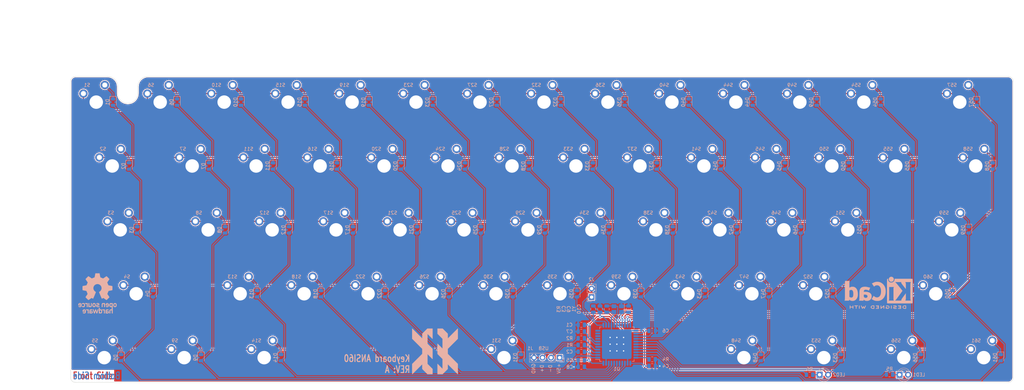
<source format=kicad_pcb>
(kicad_pcb (version 20171130) (host pcbnew "(5.1.2)-2")
  (title_block (title KK_ANSI60) (date 2019-08-05) (rev A) (company "Marek Kaplan"))
  (layers (0 F.Cu signal) (31 B.Cu signal) (34 B.Paste user) (35 F.Paste user) (36 B.SilkS user) (37 F.SilkS user) (38 B.Mask user) (39 F.Mask user) (44 Edge.Cuts user))
  (net 0 "")
  (net 1 GND)
  (net 2 "Net-(D1-Pad1)")
  (net 3 /Matrix/col1)
  (net 4 "Net-(D2-Pad1)")
  (net 5 "Net-(D3-Pad1)")
  (net 6 "Net-(D4-Pad1)")
  (net 7 "Net-(D5-Pad1)")
  (net 8 "Net-(D6-Pad1)")
  (net 9 /Matrix/col2)
  (net 10 "Net-(D7-Pad1)")
  (net 11 "Net-(D8-Pad1)")
  (net 12 "Net-(D9-Pad1)")
  (net 13 "Net-(D10-Pad1)")
  (net 14 /Matrix/col3)
  (net 15 "Net-(D11-Pad1)")
  (net 16 "Net-(D12-Pad1)")
  (net 17 "Net-(D13-Pad1)")
  (net 18 "Net-(D14-Pad1)")
  (net 19 "Net-(D15-Pad1)")
  (net 20 /Matrix/col4)
  (net 21 "Net-(D16-Pad1)")
  (net 22 "Net-(D17-Pad1)")
  (net 23 "Net-(D18-Pad1)")
  (net 24 "Net-(D19-Pad1)")
  (net 25 /Matrix/col5)
  (net 26 "Net-(D20-Pad1)")
  (net 27 "Net-(D21-Pad1)")
  (net 28 "Net-(D22-Pad1)")
  (net 29 "Net-(D23-Pad1)")
  (net 30 /Matrix/col6)
  (net 31 "Net-(D24-Pad1)")
  (net 32 "Net-(D25-Pad1)")
  (net 33 "Net-(D26-Pad1)")
  (net 34 "Net-(D27-Pad1)")
  (net 35 /Matrix/col7)
  (net 36 "Net-(D28-Pad1)")
  (net 37 "Net-(D29-Pad1)")
  (net 38 "Net-(D30-Pad1)")
  (net 39 "Net-(D31-Pad1)")
  (net 40 "Net-(D32-Pad1)")
  (net 41 /Matrix/col8)
  (net 42 "Net-(D33-Pad1)")
  (net 43 "Net-(D34-Pad1)")
  (net 44 "Net-(D35-Pad1)")
  (net 45 "Net-(D36-Pad1)")
  (net 46 /Matrix/col9)
  (net 47 "Net-(D37-Pad1)")
  (net 48 "Net-(D38-Pad1)")
  (net 49 "Net-(D39-Pad1)")
  (net 50 "Net-(D40-Pad1)")
  (net 51 /Matrix/col10)
  (net 52 "Net-(D41-Pad1)")
  (net 53 "Net-(D42-Pad1)")
  (net 54 "Net-(D43-Pad1)")
  (net 55 "Net-(D44-Pad1)")
  (net 56 /Matrix/col11)
  (net 57 "Net-(D45-Pad1)")
  (net 58 "Net-(D46-Pad1)")
  (net 59 "Net-(D47-Pad1)")
  (net 60 "Net-(D48-Pad1)")
  (net 61 "Net-(D49-Pad1)")
  (net 62 /Matrix/col12)
  (net 63 "Net-(D50-Pad1)")
  (net 64 "Net-(D51-Pad1)")
  (net 65 "Net-(D52-Pad1)")
  (net 66 "Net-(D53-Pad1)")
  (net 67 "Net-(D54-Pad1)")
  (net 68 /Matrix/col13)
  (net 69 "Net-(D55-Pad1)")
  (net 70 "Net-(D56-Pad1)")
  (net 71 "Net-(D57-Pad1)")
  (net 72 /Matrix/col14)
  (net 73 "Net-(D58-Pad1)")
  (net 74 "Net-(D59-Pad1)")
  (net 75 "Net-(D60-Pad1)")
  (net 76 "Net-(D61-Pad1)")
  (net 77 +5V)
  (net 78 /Matrix/row1)
  (net 79 /Matrix/row2)
  (net 80 /Matrix/row3)
  (net 81 /Matrix/row4)
  (net 82 /Matrix/row5)
  (net 83 "Net-(C7-Pad1)")
  (net 84 "Net-(C9-Pad2)")
  (net 85 "Net-(R1-Pad1)")
  (net 86 "Net-(R2-Pad2)")
  (net 87 "Net-(R4-Pad1)")
  (net 88 "Net-(C8-Pad1)")
  (net 89 "Net-(C10-Pad2)")
  (net 90 "Net-(J2-Pad1)")
  (net 91 "Net-(LED1-Pad1)")
  (net 92 "Net-(LED2-Pad1)")
  (net 93 "Net-(R5-Pad2)")
  (net 94 "Net-(R6-Pad2)")
  (net 95 /D-)
  (net 96 /D+)
  (net 97 "Net-(U1-Pad10)")
  (net 98 "Net-(U1-Pad9)")
  (net 99 "Net-(U1-Pad8)")
  (net 100 "Net-(U1-Pad11)")
  (module KK_ansi60:KiCad-Logo2_8mm_SilkScreen (layer B.Cu) (at 300.63 136.63 180)
    (fp_text reference REF** hide)
    (fp_text value KiCad-Logo2_8mm_SilkScreen hide)
  )
  (module pi60:KK_logo (layer B.Cu) (at 168.63 155.13)
    (fp_text reference REF** hide)
    (fp_text value KK_logo)
  )
  (module KK_ansi60:OSHW-Logo_11.4x12mm_SilkScreen (layer B.Cu) (at 68.63 137.63 180)
    (fp_text reference REF** hide)
    (fp_text value OSHW-Logo_11.4x12mm_SilkScreen hide)
  )
  (module KK_ansi60:C_0805_2012Metric (layer B.Cu) (at 212.3275 147 180)
    (fp_text reference C1 (at 3.5625 0) (layer B.SilkS) (effects (justify mirror)))
    (fp_text value 10uF)
    (pad 2 smd roundrect (at 0.9375 0 180) (size 0.975 1.4) (layers B.Cu B.Paste B.Mask) (net 1 GND))
    (pad 1 smd roundrect (at -0.9375 0 180) (size 0.975 1.4) (layers B.Cu B.Paste B.Mask) (net 77 +5V))
  )
  (module KK_ansi60:C_0805_2012Metric (layer B.Cu) (at 212.3275 155 180)
    (fp_text reference C2 (at 3.5 0) (layer B.SilkS) (effects (justify mirror)))
    (fp_text value 0.1uF)
    (pad 1 smd roundrect (at -0.9375 0 180) (size 0.975 1.4) (layers B.Cu B.Paste B.Mask) (net 77 +5V))
    (pad 2 smd roundrect (at 0.9375 0 180) (size 0.975 1.4) (layers B.Cu B.Paste B.Mask) (net 1 GND))
  )
  (module KK_ansi60:C_0805_2012Metric (layer B.Cu) (at 217.89 142.3125 90)
    (fp_text reference C3 (at 0.0625 -10.75 90) (layer B.SilkS) (effects (justify mirror)))
    (fp_text value 0.1uF)
    (pad 2 smd roundrect (at 0.9375 0 90) (size 0.975 1.4) (layers B.Cu B.Paste B.Mask) (net 1 GND))
    (pad 1 smd roundrect (at -0.9375 0 90) (size 0.975 1.4) (layers B.Cu B.Paste B.Mask) (net 77 +5V))
  )
  (module KK_ansi60:C_0805_2012Metric (layer B.Cu) (at 233.39 159.25)
    (fp_text reference C4 (at 4 0) (layer B.SilkS) (effects (justify mirror)))
    (fp_text value 0.1uF)
    (pad 1 smd roundrect (at -0.9375 0) (size 0.975 1.4) (layers B.Cu B.Paste B.Mask) (net 77 +5V))
    (pad 2 smd roundrect (at 0.9375 0) (size 0.975 1.4) (layers B.Cu B.Paste B.Mask) (net 1 GND))
  )
  (module KK_ansi60:C_0805_2012Metric (layer B.Cu) (at 212.3275 157.5 180)
    (fp_text reference C5 (at 3.5 0) (layer B.SilkS) (effects (justify mirror)))
    (fp_text value 0.1uF)
    (pad 2 smd roundrect (at 0.9375 0 180) (size 0.975 1.4) (layers B.Cu B.Paste B.Mask) (net 1 GND))
    (pad 1 smd roundrect (at -0.9375 0 180) (size 0.975 1.4) (layers B.Cu B.Paste B.Mask) (net 77 +5V))
  )
  (module KK_ansi60:C_0805_2012Metric (layer B.Cu) (at 233.39 148.75)
    (fp_text reference C6 (at 4 0) (layer B.SilkS) (effects (justify mirror)))
    (fp_text value 0.1uF)
    (pad 1 smd roundrect (at -0.9375 0) (size 0.975 1.4) (layers B.Cu B.Paste B.Mask) (net 77 +5V))
    (pad 2 smd roundrect (at 0.9375 0) (size 0.975 1.4) (layers B.Cu B.Paste B.Mask) (net 1 GND))
  )
  (module KK_ansi60:C_0805_2012Metric (layer B.Cu) (at 212.3275 149 180)
    (fp_text reference C7 (at 3.5 0) (layer B.SilkS) (effects (justify mirror)))
    (fp_text value 1uF)
    (pad 1 smd roundrect (at -0.9375 0 180) (size 0.975 1.4) (layers B.Cu B.Paste B.Mask) (net 83 "Net-(C7-Pad1)"))
    (pad 2 smd roundrect (at 0.9375 0 180) (size 0.975 1.4) (layers B.Cu B.Paste B.Mask) (net 1 GND))
  )
  (module KK_ansi60:C_0805_2012Metric (layer B.Cu) (at 212.3275 159.5 180)
    (fp_text reference C8 (at 3.4375 0) (layer B.SilkS) (effects (justify mirror)))
    (fp_text value 0.1uF)
    (pad 2 smd roundrect (at 0.9375 0 180) (size 0.975 1.4) (layers B.Cu B.Paste B.Mask) (net 1 GND))
    (pad 1 smd roundrect (at -0.9375 0 180) (size 0.975 1.4) (layers B.Cu B.Paste B.Mask) (net 88 "Net-(C8-Pad1)"))
  )
  (module KK_ansi60:C_0805_2012Metric (layer B.Cu) (at 219.89 142.3125 90)
    (fp_text reference C9 (at 0 -11.25 90) (layer B.SilkS) (effects (justify mirror)))
    (fp_text value 22pF)
    (pad 1 smd roundrect (at -0.9375 0 90) (size 0.975 1.4) (layers B.Cu B.Paste B.Mask) (net 1 GND))
    (pad 2 smd roundrect (at 0.9375 0 90) (size 0.975 1.4) (layers B.Cu B.Paste B.Mask) (net 84 "Net-(C9-Pad2)"))
  )
  (module KK_ansi60:C_0805_2012Metric (layer B.Cu) (at 226.39 142.3125 270)
    (fp_text reference C10 (at 0 14.75 270) (layer B.SilkS) (effects (justify mirror)))
    (fp_text value 22pF)
    (pad 2 smd roundrect (at 0.9375 0 270) (size 0.975 1.4) (layers B.Cu B.Paste B.Mask) (net 89 "Net-(C10-Pad2)"))
    (pad 1 smd roundrect (at -0.9375 0 270) (size 0.975 1.4) (layers B.Cu B.Paste B.Mask) (net 1 GND))
  )
  (module KK_ansi60:D_0805_2012Metric (layer B.Cu) (at 73.25 80.75 270)
    (fp_text reference D1 (at 0 1.65 90) (layer B.SilkS) (effects (justify mirror)))
    (fp_text value TS4148)
    (pad 2 smd roundrect (at 0.9375 0 270) (size 0.975 1.4) (layers B.Cu B.Paste B.Mask) (net 3 /Matrix/col1))
    (pad 1 smd roundrect (at -0.9375 0 270) (size 0.975 1.4) (layers B.Cu B.Paste B.Mask) (net 2 "Net-(D1-Pad1)"))
  )
  (module KK_ansi60:D_0805_2012Metric (layer B.Cu) (at 78 99.75 270)
    (fp_text reference D2 (at 0 1.65 90) (layer B.SilkS) (effects (justify mirror)))
    (fp_text value TS4148)
    (pad 1 smd roundrect (at -0.9375 0 270) (size 0.975 1.4) (layers B.Cu B.Paste B.Mask) (net 4 "Net-(D2-Pad1)"))
    (pad 2 smd roundrect (at 0.9375 0 270) (size 0.975 1.4) (layers B.Cu B.Paste B.Mask) (net 3 /Matrix/col1))
  )
  (module KK_ansi60:D_0805_2012Metric (layer B.Cu) (at 80.375 118.75 270)
    (fp_text reference D3 (at 0 1.65 90) (layer B.SilkS) (effects (justify mirror)))
    (fp_text value TS4148)
    (pad 2 smd roundrect (at 0.9375 0 270) (size 0.975 1.4) (layers B.Cu B.Paste B.Mask) (net 3 /Matrix/col1))
    (pad 1 smd roundrect (at -0.9375 0 270) (size 0.975 1.4) (layers B.Cu B.Paste B.Mask) (net 5 "Net-(D3-Pad1)"))
  )
  (module KK_ansi60:D_0805_2012Metric (layer B.Cu) (at 85.125 137.75 270)
    (fp_text reference D4 (at 0 1.65 90) (layer B.SilkS) (effects (justify mirror)))
    (fp_text value TS4148)
    (pad 1 smd roundrect (at -0.9375 0 270) (size 0.975 1.4) (layers B.Cu B.Paste B.Mask) (net 6 "Net-(D4-Pad1)"))
    (pad 2 smd roundrect (at 0.9375 0 270) (size 0.975 1.4) (layers B.Cu B.Paste B.Mask) (net 3 /Matrix/col1))
  )
  (module KK_ansi60:D_0805_2012Metric (layer B.Cu) (at 75.625 156.75 270)
    (fp_text reference D5 (at 0 1.65 90) (layer B.SilkS) (effects (justify mirror)))
    (fp_text value TS4148)
    (pad 2 smd roundrect (at 0.9375 0 270) (size 0.975 1.4) (layers B.Cu B.Paste B.Mask) (net 3 /Matrix/col1))
    (pad 1 smd roundrect (at -0.9375 0 270) (size 0.975 1.4) (layers B.Cu B.Paste B.Mask) (net 7 "Net-(D5-Pad1)"))
  )
  (module KK_ansi60:D_0805_2012Metric (layer B.Cu) (at 92.25 80.75 270)
    (fp_text reference D6 (at 0 1.65 90) (layer B.SilkS) (effects (justify mirror)))
    (fp_text value TS4148)
    (pad 1 smd roundrect (at -0.9375 0 270) (size 0.975 1.4) (layers B.Cu B.Paste B.Mask) (net 8 "Net-(D6-Pad1)"))
    (pad 2 smd roundrect (at 0.9375 0 270) (size 0.975 1.4) (layers B.Cu B.Paste B.Mask) (net 9 /Matrix/col2))
  )
  (module KK_ansi60:D_0805_2012Metric (layer B.Cu) (at 101.75 99.75 270)
    (fp_text reference D7 (at 0 1.65 90) (layer B.SilkS) (effects (justify mirror)))
    (fp_text value TS4148)
    (pad 2 smd roundrect (at 0.9375 0 270) (size 0.975 1.4) (layers B.Cu B.Paste B.Mask) (net 9 /Matrix/col2))
    (pad 1 smd roundrect (at -0.9375 0 270) (size 0.975 1.4) (layers B.Cu B.Paste B.Mask) (net 10 "Net-(D7-Pad1)"))
  )
  (module KK_ansi60:D_0805_2012Metric (layer B.Cu) (at 106.5 118.75 270)
    (fp_text reference D8 (at 0 1.65 90) (layer B.SilkS) (effects (justify mirror)))
    (fp_text value TS4148)
    (pad 1 smd roundrect (at -0.9375 0 270) (size 0.975 1.4) (layers B.Cu B.Paste B.Mask) (net 11 "Net-(D8-Pad1)"))
    (pad 2 smd roundrect (at 0.9375 0 270) (size 0.975 1.4) (layers B.Cu B.Paste B.Mask) (net 9 /Matrix/col2))
  )
  (module KK_ansi60:D_0805_2012Metric (layer B.Cu) (at 99.375 156.75 270)
    (fp_text reference D9 (at 0 1.65 90) (layer B.SilkS) (effects (justify mirror)))
    (fp_text value TS4148)
    (pad 2 smd roundrect (at 0.9375 0 270) (size 0.975 1.4) (layers B.Cu B.Paste B.Mask) (net 9 /Matrix/col2))
    (pad 1 smd roundrect (at -0.9375 0 270) (size 0.975 1.4) (layers B.Cu B.Paste B.Mask) (net 12 "Net-(D9-Pad1)"))
  )
  (module KK_ansi60:D_0805_2012Metric (layer B.Cu) (at 111.25 80.75 270)
    (fp_text reference D10 (at 0 1.65 90) (layer B.SilkS) (effects (justify mirror)))
    (fp_text value TS4148)
    (pad 2 smd roundrect (at 0.9375 0 270) (size 0.975 1.4) (layers B.Cu B.Paste B.Mask) (net 14 /Matrix/col3))
    (pad 1 smd roundrect (at -0.9375 0 270) (size 0.975 1.4) (layers B.Cu B.Paste B.Mask) (net 13 "Net-(D10-Pad1)"))
  )
  (module KK_ansi60:D_0805_2012Metric (layer B.Cu) (at 120.75 99.75 270)
    (fp_text reference D11 (at 0 1.65 90) (layer B.SilkS) (effects (justify mirror)))
    (fp_text value TS4148)
    (pad 1 smd roundrect (at -0.9375 0 270) (size 0.975 1.4) (layers B.Cu B.Paste B.Mask) (net 15 "Net-(D11-Pad1)"))
    (pad 2 smd roundrect (at 0.9375 0 270) (size 0.975 1.4) (layers B.Cu B.Paste B.Mask) (net 14 /Matrix/col3))
  )
  (module KK_ansi60:D_0805_2012Metric (layer B.Cu) (at 125.5 118.75 270)
    (fp_text reference D12 (at 0 1.65 90) (layer B.SilkS) (effects (justify mirror)))
    (fp_text value TS4148)
    (pad 2 smd roundrect (at 0.9375 0 270) (size 0.975 1.4) (layers B.Cu B.Paste B.Mask) (net 14 /Matrix/col3))
    (pad 1 smd roundrect (at -0.9375 0 270) (size 0.975 1.4) (layers B.Cu B.Paste B.Mask) (net 16 "Net-(D12-Pad1)"))
  )
  (module KK_ansi60:D_0805_2012Metric (layer B.Cu) (at 116 137.75 270)
    (fp_text reference D13 (at 0 1.65 90) (layer B.SilkS) (effects (justify mirror)))
    (fp_text value TS4148)
    (pad 2 smd roundrect (at 0.9375 0 270) (size 0.975 1.4) (layers B.Cu B.Paste B.Mask) (net 14 /Matrix/col3))
    (pad 1 smd roundrect (at -0.9375 0 270) (size 0.975 1.4) (layers B.Cu B.Paste B.Mask) (net 17 "Net-(D13-Pad1)"))
  )
  (module KK_ansi60:D_0805_2012Metric (layer B.Cu) (at 123.125 156.75 270)
    (fp_text reference D14 (at 0 1.65 90) (layer B.SilkS) (effects (justify mirror)))
    (fp_text value TS4148)
    (pad 2 smd roundrect (at 0.9375 0 270) (size 0.975 1.4) (layers B.Cu B.Paste B.Mask) (net 14 /Matrix/col3))
    (pad 1 smd roundrect (at -0.9375 0 270) (size 0.975 1.4) (layers B.Cu B.Paste B.Mask) (net 18 "Net-(D14-Pad1)"))
  )
  (module KK_ansi60:D_0805_2012Metric (layer B.Cu) (at 130.25 80.75 270)
    (fp_text reference D15 (at 0 1.65 90) (layer B.SilkS) (effects (justify mirror)))
    (fp_text value TS4148)
    (pad 1 smd roundrect (at -0.9375 0 270) (size 0.975 1.4) (layers B.Cu B.Paste B.Mask) (net 19 "Net-(D15-Pad1)"))
    (pad 2 smd roundrect (at 0.9375 0 270) (size 0.975 1.4) (layers B.Cu B.Paste B.Mask) (net 20 /Matrix/col4))
  )
  (module KK_ansi60:D_0805_2012Metric (layer B.Cu) (at 139.75 99.75 270)
    (fp_text reference D16 (at 0 1.65 90) (layer B.SilkS) (effects (justify mirror)))
    (fp_text value TS4148)
    (pad 2 smd roundrect (at 0.9375 0 270) (size 0.975 1.4) (layers B.Cu B.Paste B.Mask) (net 20 /Matrix/col4))
    (pad 1 smd roundrect (at -0.9375 0 270) (size 0.975 1.4) (layers B.Cu B.Paste B.Mask) (net 21 "Net-(D16-Pad1)"))
  )
  (module KK_ansi60:D_0805_2012Metric (layer B.Cu) (at 144.5 118.75 270)
    (fp_text reference D17 (at 0 1.65 90) (layer B.SilkS) (effects (justify mirror)))
    (fp_text value TS4148)
    (pad 1 smd roundrect (at -0.9375 0 270) (size 0.975 1.4) (layers B.Cu B.Paste B.Mask) (net 22 "Net-(D17-Pad1)"))
    (pad 2 smd roundrect (at 0.9375 0 270) (size 0.975 1.4) (layers B.Cu B.Paste B.Mask) (net 20 /Matrix/col4))
  )
  (module KK_ansi60:D_0805_2012Metric (layer B.Cu) (at 135 137.75 270)
    (fp_text reference D18 (at 0 1.65 90) (layer B.SilkS) (effects (justify mirror)))
    (fp_text value TS4148)
    (pad 1 smd roundrect (at -0.9375 0 270) (size 0.975 1.4) (layers B.Cu B.Paste B.Mask) (net 23 "Net-(D18-Pad1)"))
    (pad 2 smd roundrect (at 0.9375 0 270) (size 0.975 1.4) (layers B.Cu B.Paste B.Mask) (net 20 /Matrix/col4))
  )
  (module KK_ansi60:D_0805_2012Metric (layer B.Cu) (at 149.25 80.75 270)
    (fp_text reference D19 (at 0 1.65 90) (layer B.SilkS) (effects (justify mirror)))
    (fp_text value TS4148)
    (pad 2 smd roundrect (at 0.9375 0 270) (size 0.975 1.4) (layers B.Cu B.Paste B.Mask) (net 25 /Matrix/col5))
    (pad 1 smd roundrect (at -0.9375 0 270) (size 0.975 1.4) (layers B.Cu B.Paste B.Mask) (net 24 "Net-(D19-Pad1)"))
  )
  (module KK_ansi60:D_0805_2012Metric (layer B.Cu) (at 158.75 99.75 270)
    (fp_text reference D20 (at 0 1.65 90) (layer B.SilkS) (effects (justify mirror)))
    (fp_text value TS4148)
    (pad 1 smd roundrect (at -0.9375 0 270) (size 0.975 1.4) (layers B.Cu B.Paste B.Mask) (net 26 "Net-(D20-Pad1)"))
    (pad 2 smd roundrect (at 0.9375 0 270) (size 0.975 1.4) (layers B.Cu B.Paste B.Mask) (net 25 /Matrix/col5))
  )
  (module KK_ansi60:D_0805_2012Metric (layer B.Cu) (at 163.5 118.75 270)
    (fp_text reference D21 (at 0 1.65 90) (layer B.SilkS) (effects (justify mirror)))
    (fp_text value TS4148)
    (pad 2 smd roundrect (at 0.9375 0 270) (size 0.975 1.4) (layers B.Cu B.Paste B.Mask) (net 25 /Matrix/col5))
    (pad 1 smd roundrect (at -0.9375 0 270) (size 0.975 1.4) (layers B.Cu B.Paste B.Mask) (net 27 "Net-(D21-Pad1)"))
  )
  (module KK_ansi60:D_0805_2012Metric (layer B.Cu) (at 154 137.75 270)
    (fp_text reference D22 (at 0 1.65 90) (layer B.SilkS) (effects (justify mirror)))
    (fp_text value TS4148)
    (pad 1 smd roundrect (at -0.9375 0 270) (size 0.975 1.4) (layers B.Cu B.Paste B.Mask) (net 28 "Net-(D22-Pad1)"))
    (pad 2 smd roundrect (at 0.9375 0 270) (size 0.975 1.4) (layers B.Cu B.Paste B.Mask) (net 25 /Matrix/col5))
  )
  (module KK_ansi60:D_0805_2012Metric (layer B.Cu) (at 168.25 80.750001 270)
    (fp_text reference D23 (at 0 1.65 90) (layer B.SilkS) (effects (justify mirror)))
    (fp_text value TS4148)
    (pad 1 smd roundrect (at -0.9375 0 270) (size 0.975 1.4) (layers B.Cu B.Paste B.Mask) (net 29 "Net-(D23-Pad1)"))
    (pad 2 smd roundrect (at 0.9375 0 270) (size 0.975 1.4) (layers B.Cu B.Paste B.Mask) (net 30 /Matrix/col6))
  )
  (module KK_ansi60:D_0805_2012Metric (layer B.Cu) (at 177.75 99.75 270)
    (fp_text reference D24 (at 0 1.65 90) (layer B.SilkS) (effects (justify mirror)))
    (fp_text value TS4148)
    (pad 1 smd roundrect (at -0.9375 0 270) (size 0.975 1.4) (layers B.Cu B.Paste B.Mask) (net 31 "Net-(D24-Pad1)"))
    (pad 2 smd roundrect (at 0.9375 0 270) (size 0.975 1.4) (layers B.Cu B.Paste B.Mask) (net 30 /Matrix/col6))
  )
  (module KK_ansi60:D_0805_2012Metric (layer B.Cu) (at 182.5 118.75 270)
    (fp_text reference D25 (at 0 1.65 90) (layer B.SilkS) (effects (justify mirror)))
    (fp_text value TS4148)
    (pad 1 smd roundrect (at -0.9375 0 270) (size 0.975 1.4) (layers B.Cu B.Paste B.Mask) (net 32 "Net-(D25-Pad1)"))
    (pad 2 smd roundrect (at 0.9375 0 270) (size 0.975 1.4) (layers B.Cu B.Paste B.Mask) (net 30 /Matrix/col6))
  )
  (module KK_ansi60:D_0805_2012Metric (layer B.Cu) (at 173 137.75 270)
    (fp_text reference D26 (at 0 1.65 90) (layer B.SilkS) (effects (justify mirror)))
    (fp_text value TS4148)
    (pad 2 smd roundrect (at 0.9375 0 270) (size 0.975 1.4) (layers B.Cu B.Paste B.Mask) (net 30 /Matrix/col6))
    (pad 1 smd roundrect (at -0.9375 0 270) (size 0.975 1.4) (layers B.Cu B.Paste B.Mask) (net 33 "Net-(D26-Pad1)"))
  )
  (module KK_ansi60:D_0805_2012Metric (layer B.Cu) (at 187.25 80.750001 270)
    (fp_text reference D27 (at 0 1.65 90) (layer B.SilkS) (effects (justify mirror)))
    (fp_text value TS4148)
    (pad 2 smd roundrect (at 0.9375 0 270) (size 0.975 1.4) (layers B.Cu B.Paste B.Mask) (net 35 /Matrix/col7))
    (pad 1 smd roundrect (at -0.9375 0 270) (size 0.975 1.4) (layers B.Cu B.Paste B.Mask) (net 34 "Net-(D27-Pad1)"))
  )
  (module KK_ansi60:D_0805_2012Metric (layer B.Cu) (at 196.75 99.75 270)
    (fp_text reference D28 (at 0 1.65 90) (layer B.SilkS) (effects (justify mirror)))
    (fp_text value TS4148)
    (pad 1 smd roundrect (at -0.9375 0 270) (size 0.975 1.4) (layers B.Cu B.Paste B.Mask) (net 36 "Net-(D28-Pad1)"))
    (pad 2 smd roundrect (at 0.9375 0 270) (size 0.975 1.4) (layers B.Cu B.Paste B.Mask) (net 35 /Matrix/col7))
  )
  (module KK_ansi60:D_0805_2012Metric (layer B.Cu) (at 201.5 118.75 270)
    (fp_text reference D29 (at 0 1.65 90) (layer B.SilkS) (effects (justify mirror)))
    (fp_text value TS4148)
    (pad 2 smd roundrect (at 0.9375 0 270) (size 0.975 1.4) (layers B.Cu B.Paste B.Mask) (net 35 /Matrix/col7))
    (pad 1 smd roundrect (at -0.9375 0 270) (size 0.975 1.4) (layers B.Cu B.Paste B.Mask) (net 37 "Net-(D29-Pad1)"))
  )
  (module KK_ansi60:D_0805_2012Metric (layer B.Cu) (at 192 137.75 270)
    (fp_text reference D30 (at 0 1.65 90) (layer B.SilkS) (effects (justify mirror)))
    (fp_text value TS4148)
    (pad 1 smd roundrect (at -0.9375 0 270) (size 0.975 1.4) (layers B.Cu B.Paste B.Mask) (net 38 "Net-(D30-Pad1)"))
    (pad 2 smd roundrect (at 0.9375 0 270) (size 0.975 1.4) (layers B.Cu B.Paste B.Mask) (net 35 /Matrix/col7))
  )
  (module KK_ansi60:D_0805_2012Metric (layer B.Cu) (at 194.375 156.75 270)
    (fp_text reference D31 (at 0 1.65 90) (layer B.SilkS) (effects (justify mirror)))
    (fp_text value TS4148)
    (pad 1 smd roundrect (at -0.9375 0 270) (size 0.975 1.4) (layers B.Cu B.Paste B.Mask) (net 39 "Net-(D31-Pad1)"))
    (pad 2 smd roundrect (at 0.9375 0 270) (size 0.975 1.4) (layers B.Cu B.Paste B.Mask) (net 35 /Matrix/col7))
  )
  (module KK_ansi60:D_0805_2012Metric (layer B.Cu) (at 206.25 80.750001 270)
    (fp_text reference D32 (at 0 1.65 90) (layer B.SilkS) (effects (justify mirror)))
    (fp_text value TS4148)
    (pad 1 smd roundrect (at -0.9375 0 270) (size 0.975 1.4) (layers B.Cu B.Paste B.Mask) (net 40 "Net-(D32-Pad1)"))
    (pad 2 smd roundrect (at 0.9375 0 270) (size 0.975 1.4) (layers B.Cu B.Paste B.Mask) (net 41 /Matrix/col8))
  )
  (module KK_ansi60:D_0805_2012Metric (layer B.Cu) (at 215.75 99.75 270)
    (fp_text reference D33 (at 0 1.65 90) (layer B.SilkS) (effects (justify mirror)))
    (fp_text value TS4148)
    (pad 2 smd roundrect (at 0.9375 0 270) (size 0.975 1.4) (layers B.Cu B.Paste B.Mask) (net 41 /Matrix/col8))
    (pad 1 smd roundrect (at -0.9375 0 270) (size 0.975 1.4) (layers B.Cu B.Paste B.Mask) (net 42 "Net-(D33-Pad1)"))
  )
  (module KK_ansi60:D_0805_2012Metric (layer B.Cu) (at 220.5 118.75 270)
    (fp_text reference D34 (at 0 1.65 90) (layer B.SilkS) (effects (justify mirror)))
    (fp_text value TS4148)
    (pad 1 smd roundrect (at -0.9375 0 270) (size 0.975 1.4) (layers B.Cu B.Paste B.Mask) (net 43 "Net-(D34-Pad1)"))
    (pad 2 smd roundrect (at 0.9375 0 270) (size 0.975 1.4) (layers B.Cu B.Paste B.Mask) (net 41 /Matrix/col8))
  )
  (module KK_ansi60:D_0805_2012Metric (layer B.Cu) (at 211 137.75 270)
    (fp_text reference D35 (at 0 1.65 90) (layer B.SilkS) (effects (justify mirror)))
    (fp_text value TS4148)
    (pad 1 smd roundrect (at -0.9375 0 270) (size 0.975 1.4) (layers B.Cu B.Paste B.Mask) (net 44 "Net-(D35-Pad1)"))
    (pad 2 smd roundrect (at 0.9375 0 270) (size 0.975 1.4) (layers B.Cu B.Paste B.Mask) (net 41 /Matrix/col8))
  )
  (module KK_ansi60:D_0805_2012Metric (layer B.Cu) (at 225.25 80.750001 270)
    (fp_text reference D36 (at 0 1.65 90) (layer B.SilkS) (effects (justify mirror)))
    (fp_text value TS4148)
    (pad 2 smd roundrect (at 0.9375 0 270) (size 0.975 1.4) (layers B.Cu B.Paste B.Mask) (net 46 /Matrix/col9))
    (pad 1 smd roundrect (at -0.9375 0 270) (size 0.975 1.4) (layers B.Cu B.Paste B.Mask) (net 45 "Net-(D36-Pad1)"))
  )
  (module KK_ansi60:D_0805_2012Metric (layer B.Cu) (at 234.75 99.75 270)
    (fp_text reference D37 (at 0 1.65 90) (layer B.SilkS) (effects (justify mirror)))
    (fp_text value TS4148)
    (pad 1 smd roundrect (at -0.9375 0 270) (size 0.975 1.4) (layers B.Cu B.Paste B.Mask) (net 47 "Net-(D37-Pad1)"))
    (pad 2 smd roundrect (at 0.9375 0 270) (size 0.975 1.4) (layers B.Cu B.Paste B.Mask) (net 46 /Matrix/col9))
  )
  (module KK_ansi60:D_0805_2012Metric (layer B.Cu) (at 239.5 118.75 270)
    (fp_text reference D38 (at 0 1.65 90) (layer B.SilkS) (effects (justify mirror)))
    (fp_text value TS4148)
    (pad 2 smd roundrect (at 0.9375 0 270) (size 0.975 1.4) (layers B.Cu B.Paste B.Mask) (net 46 /Matrix/col9))
    (pad 1 smd roundrect (at -0.9375 0 270) (size 0.975 1.4) (layers B.Cu B.Paste B.Mask) (net 48 "Net-(D38-Pad1)"))
  )
  (module KK_ansi60:D_0805_2012Metric (layer B.Cu) (at 230 137.75 270)
    (fp_text reference D39 (at 0 1.65 90) (layer B.SilkS) (effects (justify mirror)))
    (fp_text value TS4148)
    (pad 2 smd roundrect (at 0.9375 0 270) (size 0.975 1.4) (layers B.Cu B.Paste B.Mask) (net 46 /Matrix/col9))
    (pad 1 smd roundrect (at -0.9375 0 270) (size 0.975 1.4) (layers B.Cu B.Paste B.Mask) (net 49 "Net-(D39-Pad1)"))
  )
  (module KK_ansi60:D_0805_2012Metric (layer B.Cu) (at 244.25 80.750001 270)
    (fp_text reference D40 (at 0 1.65 90) (layer B.SilkS) (effects (justify mirror)))
    (fp_text value TS4148)
    (pad 2 smd roundrect (at 0.9375 0 270) (size 0.975 1.4) (layers B.Cu B.Paste B.Mask) (net 51 /Matrix/col10))
    (pad 1 smd roundrect (at -0.9375 0 270) (size 0.975 1.4) (layers B.Cu B.Paste B.Mask) (net 50 "Net-(D40-Pad1)"))
  )
  (module KK_ansi60:D_0805_2012Metric (layer B.Cu) (at 253.75 99.75 270)
    (fp_text reference D41 (at 0 1.65 90) (layer B.SilkS) (effects (justify mirror)))
    (fp_text value TS4148)
    (pad 2 smd roundrect (at 0.9375 0 270) (size 0.975 1.4) (layers B.Cu B.Paste B.Mask) (net 51 /Matrix/col10))
    (pad 1 smd roundrect (at -0.9375 0 270) (size 0.975 1.4) (layers B.Cu B.Paste B.Mask) (net 52 "Net-(D41-Pad1)"))
  )
  (module KK_ansi60:D_0805_2012Metric (layer B.Cu) (at 258.5 118.75 270)
    (fp_text reference D42 (at 0 1.65 90) (layer B.SilkS) (effects (justify mirror)))
    (fp_text value TS4148)
    (pad 2 smd roundrect (at 0.9375 0 270) (size 0.975 1.4) (layers B.Cu B.Paste B.Mask) (net 51 /Matrix/col10))
    (pad 1 smd roundrect (at -0.9375 0 270) (size 0.975 1.4) (layers B.Cu B.Paste B.Mask) (net 53 "Net-(D42-Pad1)"))
  )
  (module KK_ansi60:D_0805_2012Metric (layer B.Cu) (at 249 137.75 270)
    (fp_text reference D43 (at 0 1.65 90) (layer B.SilkS) (effects (justify mirror)))
    (fp_text value TS4148)
    (pad 1 smd roundrect (at -0.9375 0 270) (size 0.975 1.4) (layers B.Cu B.Paste B.Mask) (net 54 "Net-(D43-Pad1)"))
    (pad 2 smd roundrect (at 0.9375 0 270) (size 0.975 1.4) (layers B.Cu B.Paste B.Mask) (net 51 /Matrix/col10))
  )
  (module KK_ansi60:D_0805_2012Metric (layer B.Cu) (at 263.25 80.750001 270)
    (fp_text reference D44 (at 0 1.65 90) (layer B.SilkS) (effects (justify mirror)))
    (fp_text value TS4148)
    (pad 1 smd roundrect (at -0.9375 0 270) (size 0.975 1.4) (layers B.Cu B.Paste B.Mask) (net 55 "Net-(D44-Pad1)"))
    (pad 2 smd roundrect (at 0.9375 0 270) (size 0.975 1.4) (layers B.Cu B.Paste B.Mask) (net 56 /Matrix/col11))
  )
  (module KK_ansi60:D_0805_2012Metric (layer B.Cu) (at 272.75 99.75 270)
    (fp_text reference D45 (at 0 1.65 90) (layer B.SilkS) (effects (justify mirror)))
    (fp_text value TS4148)
    (pad 1 smd roundrect (at -0.9375 0 270) (size 0.975 1.4) (layers B.Cu B.Paste B.Mask) (net 57 "Net-(D45-Pad1)"))
    (pad 2 smd roundrect (at 0.9375 0 270) (size 0.975 1.4) (layers B.Cu B.Paste B.Mask) (net 56 /Matrix/col11))
  )
  (module KK_ansi60:D_0805_2012Metric (layer B.Cu) (at 277.5 118.75 270)
    (fp_text reference D46 (at 0 1.65 90) (layer B.SilkS) (effects (justify mirror)))
    (fp_text value TS4148)
    (pad 2 smd roundrect (at 0.9375 0 270) (size 0.975 1.4) (layers B.Cu B.Paste B.Mask) (net 56 /Matrix/col11))
    (pad 1 smd roundrect (at -0.9375 0 270) (size 0.975 1.4) (layers B.Cu B.Paste B.Mask) (net 58 "Net-(D46-Pad1)"))
  )
  (module KK_ansi60:D_0805_2012Metric (layer B.Cu) (at 268 137.75 270)
    (fp_text reference D47 (at 0 1.65 90) (layer B.SilkS) (effects (justify mirror)))
    (fp_text value TS4148)
    (pad 1 smd roundrect (at -0.9375 0 270) (size 0.975 1.4) (layers B.Cu B.Paste B.Mask) (net 59 "Net-(D47-Pad1)"))
    (pad 2 smd roundrect (at 0.9375 0 270) (size 0.975 1.4) (layers B.Cu B.Paste B.Mask) (net 56 /Matrix/col11))
  )
  (module KK_ansi60:D_0805_2012Metric (layer B.Cu) (at 265.625 156.75 270)
    (fp_text reference D48 (at 0 1.65 90) (layer B.SilkS) (effects (justify mirror)))
    (fp_text value TS4148)
    (pad 2 smd roundrect (at 0.9375 0 270) (size 0.975 1.4) (layers B.Cu B.Paste B.Mask) (net 56 /Matrix/col11))
    (pad 1 smd roundrect (at -0.9375 0 270) (size 0.975 1.4) (layers B.Cu B.Paste B.Mask) (net 60 "Net-(D48-Pad1)"))
  )
  (module KK_ansi60:D_0805_2012Metric (layer B.Cu) (at 282.25 80.750001 270)
    (fp_text reference D49 (at 0 1.65 90) (layer B.SilkS) (effects (justify mirror)))
    (fp_text value TS4148)
    (pad 2 smd roundrect (at 0.9375 0 270) (size 0.975 1.4) (layers B.Cu B.Paste B.Mask) (net 62 /Matrix/col12))
    (pad 1 smd roundrect (at -0.9375 0 270) (size 0.975 1.4) (layers B.Cu B.Paste B.Mask) (net 61 "Net-(D49-Pad1)"))
  )
  (module KK_ansi60:D_0805_2012Metric (layer B.Cu) (at 291.75 99.75 270)
    (fp_text reference D50 (at 0 1.65 90) (layer B.SilkS) (effects (justify mirror)))
    (fp_text value TS4148)
    (pad 1 smd roundrect (at -0.9375 0 270) (size 0.975 1.4) (layers B.Cu B.Paste B.Mask) (net 63 "Net-(D50-Pad1)"))
    (pad 2 smd roundrect (at 0.9375 0 270) (size 0.975 1.4) (layers B.Cu B.Paste B.Mask) (net 62 /Matrix/col12))
  )
  (module KK_ansi60:D_0805_2012Metric (layer B.Cu) (at 296.5 118.75 270)
    (fp_text reference D51 (at 0 1.65 90) (layer B.SilkS) (effects (justify mirror)))
    (fp_text value TS4148)
    (pad 2 smd roundrect (at 0.9375 0 270) (size 0.975 1.4) (layers B.Cu B.Paste B.Mask) (net 62 /Matrix/col12))
    (pad 1 smd roundrect (at -0.9375 0 270) (size 0.975 1.4) (layers B.Cu B.Paste B.Mask) (net 64 "Net-(D51-Pad1)"))
  )
  (module KK_ansi60:D_0805_2012Metric (layer B.Cu) (at 287 137.75 270)
    (fp_text reference D52 (at 0 1.65 90) (layer B.SilkS) (effects (justify mirror)))
    (fp_text value TS4148)
    (pad 1 smd roundrect (at -0.9375 0 270) (size 0.975 1.4) (layers B.Cu B.Paste B.Mask) (net 65 "Net-(D52-Pad1)"))
    (pad 2 smd roundrect (at 0.9375 0 270) (size 0.975 1.4) (layers B.Cu B.Paste B.Mask) (net 62 /Matrix/col12))
  )
  (module KK_ansi60:D_0805_2012Metric (layer B.Cu) (at 289.375 156.75 270)
    (fp_text reference D53 (at 0 1.65 90) (layer B.SilkS) (effects (justify mirror)))
    (fp_text value TS4148)
    (pad 1 smd roundrect (at -0.9375 0 270) (size 0.975 1.4) (layers B.Cu B.Paste B.Mask) (net 66 "Net-(D53-Pad1)"))
    (pad 2 smd roundrect (at 0.9375 0 270) (size 0.975 1.4) (layers B.Cu B.Paste B.Mask) (net 62 /Matrix/col12))
  )
  (module KK_ansi60:D_0805_2012Metric (layer B.Cu) (at 301.25 80.750001 270)
    (fp_text reference D54 (at 0 1.65 90) (layer B.SilkS) (effects (justify mirror)))
    (fp_text value TS4148)
    (pad 1 smd roundrect (at -0.9375 0 270) (size 0.975 1.4) (layers B.Cu B.Paste B.Mask) (net 67 "Net-(D54-Pad1)"))
    (pad 2 smd roundrect (at 0.9375 0 270) (size 0.975 1.4) (layers B.Cu B.Paste B.Mask) (net 68 /Matrix/col13))
  )
  (module KK_ansi60:D_0805_2012Metric (layer B.Cu) (at 310.75 99.75 270)
    (fp_text reference D55 (at 0 1.65 90) (layer B.SilkS) (effects (justify mirror)))
    (fp_text value TS4148)
    (pad 1 smd roundrect (at -0.9375 0 270) (size 0.975 1.4) (layers B.Cu B.Paste B.Mask) (net 69 "Net-(D55-Pad1)"))
    (pad 2 smd roundrect (at 0.9375 0 270) (size 0.975 1.4) (layers B.Cu B.Paste B.Mask) (net 68 /Matrix/col13))
  )
  (module KK_ansi60:D_0805_2012Metric (layer B.Cu) (at 313.125 156.75 270)
    (fp_text reference D56 (at 0 1.65 90) (layer B.SilkS) (effects (justify mirror)))
    (fp_text value TS4148)
    (pad 2 smd roundrect (at 0.9375 0 270) (size 0.975 1.4) (layers B.Cu B.Paste B.Mask) (net 68 /Matrix/col13))
    (pad 1 smd roundrect (at -0.9375 0 270) (size 0.975 1.4) (layers B.Cu B.Paste B.Mask) (net 70 "Net-(D56-Pad1)"))
  )
  (module KK_ansi60:D_0805_2012Metric (layer B.Cu) (at 329.75 80.75 270)
    (fp_text reference D57 (at 0 1.65 90) (layer B.SilkS) (effects (justify mirror)))
    (fp_text value TS4148)
    (pad 2 smd roundrect (at 0.9375 0 270) (size 0.975 1.4) (layers B.Cu B.Paste B.Mask) (net 72 /Matrix/col14))
    (pad 1 smd roundrect (at -0.9375 0 270) (size 0.975 1.4) (layers B.Cu B.Paste B.Mask) (net 71 "Net-(D57-Pad1)"))
  )
  (module KK_ansi60:D_0805_2012Metric (layer B.Cu) (at 334.5 99.75 270)
    (fp_text reference D58 (at 0 1.65 90) (layer B.SilkS) (effects (justify mirror)))
    (fp_text value TS4148)
    (pad 2 smd roundrect (at 0.9375 0 270) (size 0.975 1.4) (layers B.Cu B.Paste B.Mask) (net 72 /Matrix/col14))
    (pad 1 smd roundrect (at -0.9375 0 270) (size 0.975 1.4) (layers B.Cu B.Paste B.Mask) (net 73 "Net-(D58-Pad1)"))
  )
  (module KK_ansi60:D_0805_2012Metric (layer B.Cu) (at 327.375 118.75 270)
    (fp_text reference D59 (at 0 1.65 90) (layer B.SilkS) (effects (justify mirror)))
    (fp_text value TS4148)
    (pad 2 smd roundrect (at 0.9375 0 270) (size 0.975 1.4) (layers B.Cu B.Paste B.Mask) (net 72 /Matrix/col14))
    (pad 1 smd roundrect (at -0.9375 0 270) (size 0.975 1.4) (layers B.Cu B.Paste B.Mask) (net 74 "Net-(D59-Pad1)"))
  )
  (module KK_ansi60:D_0805_2012Metric (layer B.Cu) (at 322.625 137.75 270)
    (fp_text reference D60 (at 0 1.65 90) (layer B.SilkS) (effects (justify mirror)))
    (fp_text value TS4148)
    (pad 1 smd roundrect (at -0.9375 0 270) (size 0.975 1.4) (layers B.Cu B.Paste B.Mask) (net 75 "Net-(D60-Pad1)"))
    (pad 2 smd roundrect (at 0.9375 0 270) (size 0.975 1.4) (layers B.Cu B.Paste B.Mask) (net 72 /Matrix/col14))
  )
  (module KK_ansi60:D_0805_2012Metric (layer B.Cu) (at 336.875 156.75 270)
    (fp_text reference D61 (at 0 1.65 90) (layer B.SilkS) (effects (justify mirror)))
    (fp_text value TS4148)
    (pad 1 smd roundrect (at -0.9375 0 270) (size 0.975 1.4) (layers B.Cu B.Paste B.Mask) (net 76 "Net-(D61-Pad1)"))
    (pad 2 smd roundrect (at 0.9375 0 270) (size 0.975 1.4) (layers B.Cu B.Paste B.Mask) (net 72 /Matrix/col14))
  )
  (module KK_ansi60:PinHeader_1x04_P2.54mm_Vertical (layer B.Cu) (at 205.89 156.75 90)
    (fp_text reference J1 (at 2.75 -8.75 180) (layer B.SilkS) (effects (justify mirror)))
    (fp_text value USB)
    (pad 1 thru_hole rect (at 0 0 90) (size 1.7 1.7) (drill 1) (layers *.Cu *.Mask) (net 77 +5V))
    (pad 2 thru_hole oval (at 0 -2.54 90) (size 1.7 1.7) (drill 1) (layers *.Cu *.Mask) (net 95 /D-))
    (pad 3 thru_hole oval (at 0 -5.08 90) (size 1.7 1.7) (drill 1) (layers *.Cu *.Mask) (net 96 /D+))
    (pad 4 thru_hole oval (at 0 -7.62 90) (size 1.7 1.7) (drill 1) (layers *.Cu *.Mask) (net 1 GND))
  )
  (module KK_ansi60:PinHeader_1x02_P2.54mm_Vertical (layer B.Cu) (at 215.39 138.75)
    (fp_text reference J2 (at 0 -5.25 180) (layer B.SilkS) (effects (justify mirror)))
    (fp_text value Conn_01x02)
    (pad 1 thru_hole rect (at 0 0) (size 1.7 1.7) (drill 1) (layers *.Cu *.Mask) (net 90 "Net-(J2-Pad1)"))
    (pad 2 thru_hole oval (at 0 -2.54) (size 1.7 1.7) (drill 1) (layers *.Cu *.Mask) (net 1 GND))
  )
  (module KK_ansi60:LED_D3.0mm_Clear (layer F.Cu) (at 308.125 156.750001)
    (fp_text reference LED1 (at 4.5 5.08 180) (layer B.SilkS) (effects (justify mirror)))
    (fp_text value White)
    (pad 2 thru_hole circle (at 1.27 5.08) (size 1.8 1.8) (drill 1) (layers *.Cu *.Mask) (net 77 +5V))
    (pad 1 thru_hole rect (at -1.27 5.08) (size 1.8 1.8) (drill 1) (layers *.Cu *.Mask) (net 91 "Net-(LED1-Pad1)"))
  )
  (module KK_ansi60:LED_D3.0mm_Clear (layer F.Cu) (at 284.375 156.750001)
    (fp_text reference LED2 (at 4.5 5.08 180) (layer B.SilkS) (effects (justify mirror)))
    (fp_text value White)
    (pad 1 thru_hole rect (at -1.27 5.08) (size 1.8 1.8) (drill 1) (layers *.Cu *.Mask) (net 92 "Net-(LED2-Pad1)"))
    (pad 2 thru_hole circle (at 1.27 5.08) (size 1.8 1.8) (drill 1) (layers *.Cu *.Mask) (net 77 +5V))
  )
  (module KK_ansi60:R_0805_2012Metric (layer B.Cu) (at 212.3275 153 180)
    (fp_text reference R1 (at 3.5 0) (layer B.SilkS) (effects (justify mirror)))
    (fp_text value 22)
    (pad 1 smd roundrect (at -0.9375 0 180) (size 0.975 1.4) (layers B.Cu B.Paste B.Mask) (net 85 "Net-(R1-Pad1)"))
    (pad 2 smd roundrect (at 0.9375 0 180) (size 0.975 1.4) (layers B.Cu B.Paste B.Mask) (net 95 /D-))
  )
  (module KK_ansi60:R_0805_2012Metric (layer B.Cu) (at 212.3275 151)
    (fp_text reference R2 (at -3.5 0) (layer B.SilkS) (effects (justify mirror)))
    (fp_text value 22)
    (pad 2 smd roundrect (at 0.9375 0) (size 0.975 1.4) (layers B.Cu B.Paste B.Mask) (net 86 "Net-(R2-Pad2)"))
    (pad 1 smd roundrect (at -0.9375 0) (size 0.975 1.4) (layers B.Cu B.Paste B.Mask) (net 96 /D+))
  )
  (module KK_ansi60:R_0805_2012Metric (layer B.Cu) (at 215.89 142.3125 90)
    (fp_text reference R3 (at 0 -10.25 90) (layer B.SilkS) (effects (justify mirror)))
    (fp_text value 10k)
    (pad 1 smd roundrect (at -0.9375 0 90) (size 0.975 1.4) (layers B.Cu B.Paste B.Mask) (net 90 "Net-(J2-Pad1)"))
    (pad 2 smd roundrect (at 0.9375 0 90) (size 0.975 1.4) (layers B.Cu B.Paste B.Mask) (net 77 +5V))
  )
  (module KK_ansi60:R_0805_2012Metric (layer B.Cu) (at 233.39 157.25)
    (fp_text reference R4 (at 4 0) (layer B.SilkS) (effects (justify mirror)))
    (fp_text value 10k)
    (pad 2 smd roundrect (at 0.9375 0) (size 0.975 1.4) (layers B.Cu B.Paste B.Mask) (net 1 GND))
    (pad 1 smd roundrect (at -0.9375 0) (size 0.975 1.4) (layers B.Cu B.Paste B.Mask) (net 87 "Net-(R4-Pad1)"))
  )
  (module KK_ansi60:R_0805_2012Metric (layer B.Cu) (at 303.89 161.75 180)
    (fp_text reference R5 (at 0 1.65) (layer B.SilkS) (effects (justify mirror)))
    (fp_text value 82)
    (pad 2 smd roundrect (at 0.9375 0 180) (size 0.975 1.4) (layers B.Cu B.Paste B.Mask) (net 93 "Net-(R5-Pad2)"))
    (pad 1 smd roundrect (at -0.9375 0 180) (size 0.975 1.4) (layers B.Cu B.Paste B.Mask) (net 91 "Net-(LED1-Pad1)"))
  )
  (module KK_ansi60:R_0805_2012Metric (layer B.Cu) (at 280.14 161.830001 180)
    (fp_text reference R6 (at 0 1.65) (layer B.SilkS) (effects (justify mirror)))
    (fp_text value 82)
    (pad 1 smd roundrect (at -0.9375 0 180) (size 0.975 1.4) (layers B.Cu B.Paste B.Mask) (net 92 "Net-(LED2-Pad1)"))
    (pad 2 smd roundrect (at 0.9375 0 180) (size 0.975 1.4) (layers B.Cu B.Paste B.Mask) (net 94 "Net-(R6-Pad2)"))
  )
  (module KK_ansi60:MX1A-plate (layer F.Cu) (at 68.25 80.75)
    (fp_text reference S1 (at -3.81 -5.08) (layer B.SilkS) (effects (justify right mirror)))
    (fp_text value MX1A hide)
    (pad 1 thru_hole circle (at -3.81 -2.54) (size 2.5 2.5) (drill 1.5) (layers *.Cu *.Mask) (net 78 /Matrix/row1))
    (pad 2 thru_hole circle (at 2.54 -5.08) (size 2.5 2.5) (drill 1.5) (layers *.Cu *.Mask) (net 2 "Net-(D1-Pad1)"))
    (pad "" thru_hole circle (at 0 0) (size 4.2 4.2) (drill 4) (layers *.Cu *.Mask) (net 1 GND))
  )
  (module KK_ansi60:MX1A-plate (layer F.Cu) (at 73 99.750001)
    (fp_text reference S2 (at -3.81 -5.08) (layer B.SilkS) (effects (justify right mirror)))
    (fp_text value MX1A hide)
    (pad 1 thru_hole circle (at -3.81 -2.54) (size 2.5 2.5) (drill 1.5) (layers *.Cu *.Mask) (net 79 /Matrix/row2))
    (pad 2 thru_hole circle (at 2.54 -5.08) (size 2.5 2.5) (drill 1.5) (layers *.Cu *.Mask) (net 4 "Net-(D2-Pad1)"))
    (pad "" thru_hole circle (at 0 0) (size 4.2 4.2) (drill 4) (layers *.Cu *.Mask) (net 1 GND))
  )
  (module KK_ansi60:MX1A-plate (layer F.Cu) (at 75.374999 118.750001)
    (fp_text reference S3 (at -3.81 -5.08) (layer B.SilkS) (effects (justify right mirror)))
    (fp_text value MX1A hide)
    (pad "" thru_hole circle (at 0 0) (size 4.2 4.2) (drill 4) (layers *.Cu *.Mask) (net 1 GND))
    (pad 2 thru_hole circle (at 2.54 -5.08) (size 2.5 2.5) (drill 1.5) (layers *.Cu *.Mask) (net 5 "Net-(D3-Pad1)"))
    (pad 1 thru_hole circle (at -3.81 -2.54) (size 2.5 2.5) (drill 1.5) (layers *.Cu *.Mask) (net 80 /Matrix/row3))
  )
  (module KK_ansi60:MX1A-plate (layer F.Cu) (at 80.124999 137.750001)
    (fp_text reference S4 (at -3.81 -5.08) (layer B.SilkS) (effects (justify right mirror)))
    (fp_text value MX1A hide)
    (pad 1 thru_hole circle (at -3.81 -2.54) (size 2.5 2.5) (drill 1.5) (layers *.Cu *.Mask) (net 81 /Matrix/row4))
    (pad 2 thru_hole circle (at 2.54 -5.08) (size 2.5 2.5) (drill 1.5) (layers *.Cu *.Mask) (net 6 "Net-(D4-Pad1)"))
    (pad "" thru_hole circle (at 0 0) (size 4.2 4.2) (drill 4) (layers *.Cu *.Mask) (net 1 GND))
  )
  (module KK_ansi60:MX1A-plate (layer F.Cu) (at 70.624999 156.75)
    (fp_text reference S5 (at -3.81 -5.08) (layer B.SilkS) (effects (justify right mirror)))
    (fp_text value MX1A hide)
    (pad 1 thru_hole circle (at -3.81 -2.54) (size 2.5 2.5) (drill 1.5) (layers *.Cu *.Mask) (net 82 /Matrix/row5))
    (pad 2 thru_hole circle (at 2.54 -5.08) (size 2.5 2.5) (drill 1.5) (layers *.Cu *.Mask) (net 7 "Net-(D5-Pad1)"))
    (pad "" thru_hole circle (at 0 0) (size 4.2 4.2) (drill 4) (layers *.Cu *.Mask) (net 1 GND))
  )
  (module KK_ansi60:MX1A-plate (layer F.Cu) (at 87.25 80.75)
    (fp_text reference S6 (at -3.81 -5.08) (layer B.SilkS) (effects (justify right mirror)))
    (fp_text value MX1A hide)
    (pad 1 thru_hole circle (at -3.81 -2.54) (size 2.5 2.5) (drill 1.5) (layers *.Cu *.Mask) (net 78 /Matrix/row1))
    (pad 2 thru_hole circle (at 2.54 -5.08) (size 2.5 2.5) (drill 1.5) (layers *.Cu *.Mask) (net 8 "Net-(D6-Pad1)"))
    (pad "" thru_hole circle (at 0 0) (size 4.2 4.2) (drill 4) (layers *.Cu *.Mask) (net 1 GND))
  )
  (module KK_ansi60:MX1A-plate (layer F.Cu) (at 96.749999 99.75)
    (fp_text reference S7 (at -3.81 -5.08) (layer B.SilkS) (effects (justify right mirror)))
    (fp_text value MX1A hide)
    (pad "" thru_hole circle (at 0 0) (size 4.2 4.2) (drill 4) (layers *.Cu *.Mask) (net 1 GND))
    (pad 2 thru_hole circle (at 2.54 -5.08) (size 2.5 2.5) (drill 1.5) (layers *.Cu *.Mask) (net 10 "Net-(D7-Pad1)"))
    (pad 1 thru_hole circle (at -3.81 -2.54) (size 2.5 2.5) (drill 1.5) (layers *.Cu *.Mask) (net 79 /Matrix/row2))
  )
  (module KK_ansi60:MX1A-plate (layer F.Cu) (at 101.5 118.750001)
    (fp_text reference S8 (at -3.81 -5.08) (layer B.SilkS) (effects (justify right mirror)))
    (fp_text value MX1A hide)
    (pad 1 thru_hole circle (at -3.81 -2.54) (size 2.5 2.5) (drill 1.5) (layers *.Cu *.Mask) (net 80 /Matrix/row3))
    (pad 2 thru_hole circle (at 2.54 -5.08) (size 2.5 2.5) (drill 1.5) (layers *.Cu *.Mask) (net 11 "Net-(D8-Pad1)"))
    (pad "" thru_hole circle (at 0 0) (size 4.2 4.2) (drill 4) (layers *.Cu *.Mask) (net 1 GND))
  )
  (module KK_ansi60:MX1A-plate (layer F.Cu) (at 94.374999 156.750001)
    (fp_text reference S9 (at -3.81 -5.08) (layer B.SilkS) (effects (justify right mirror)))
    (fp_text value MX1A hide)
    (pad "" thru_hole circle (at 0 0) (size 4.2 4.2) (drill 4) (layers *.Cu *.Mask) (net 1 GND))
    (pad 2 thru_hole circle (at 2.54 -5.08) (size 2.5 2.5) (drill 1.5) (layers *.Cu *.Mask) (net 12 "Net-(D9-Pad1)"))
    (pad 1 thru_hole circle (at -3.81 -2.54) (size 2.5 2.5) (drill 1.5) (layers *.Cu *.Mask) (net 82 /Matrix/row5))
  )
  (module KK_ansi60:MX1A-plate (layer F.Cu) (at 106.25 80.75)
    (fp_text reference S10 (at -3.81 -5.08) (layer B.SilkS) (effects (justify right mirror)))
    (fp_text value MX1A hide)
    (pad "" thru_hole circle (at 0 0) (size 4.2 4.2) (drill 4) (layers *.Cu *.Mask) (net 1 GND))
    (pad 2 thru_hole circle (at 2.54 -5.08) (size 2.5 2.5) (drill 1.5) (layers *.Cu *.Mask) (net 13 "Net-(D10-Pad1)"))
    (pad 1 thru_hole circle (at -3.81 -2.54) (size 2.5 2.5) (drill 1.5) (layers *.Cu *.Mask) (net 78 /Matrix/row1))
  )
  (module KK_ansi60:MX1A-plate (layer F.Cu) (at 115.749999 99.750001)
    (fp_text reference S11 (at -3.81 -5.08) (layer B.SilkS) (effects (justify right mirror)))
    (fp_text value MX1A hide)
    (pad "" thru_hole circle (at 0 0) (size 4.2 4.2) (drill 4) (layers *.Cu *.Mask) (net 1 GND))
    (pad 2 thru_hole circle (at 2.54 -5.08) (size 2.5 2.5) (drill 1.5) (layers *.Cu *.Mask) (net 15 "Net-(D11-Pad1)"))
    (pad 1 thru_hole circle (at -3.81 -2.54) (size 2.5 2.5) (drill 1.5) (layers *.Cu *.Mask) (net 79 /Matrix/row2))
  )
  (module KK_ansi60:MX1A-plate (layer F.Cu) (at 120.499999 118.750001)
    (fp_text reference S12 (at -3.81 -5.08) (layer B.SilkS) (effects (justify right mirror)))
    (fp_text value MX1A hide)
    (pad 1 thru_hole circle (at -3.81 -2.54) (size 2.5 2.5) (drill 1.5) (layers *.Cu *.Mask) (net 80 /Matrix/row3))
    (pad 2 thru_hole circle (at 2.54 -5.08) (size 2.5 2.5) (drill 1.5) (layers *.Cu *.Mask) (net 16 "Net-(D12-Pad1)"))
    (pad "" thru_hole circle (at 0 0) (size 4.2 4.2) (drill 4) (layers *.Cu *.Mask) (net 1 GND))
  )
  (module KK_ansi60:MX1A-plate (layer F.Cu) (at 110.999999 137.750001)
    (fp_text reference S13 (at -3.81 -5.08) (layer B.SilkS) (effects (justify right mirror)))
    (fp_text value MX1A hide)
    (pad "" thru_hole circle (at 0 0) (size 4.2 4.2) (drill 4) (layers *.Cu *.Mask) (net 1 GND))
    (pad 2 thru_hole circle (at 2.54 -5.08) (size 2.5 2.5) (drill 1.5) (layers *.Cu *.Mask) (net 17 "Net-(D13-Pad1)"))
    (pad 1 thru_hole circle (at -3.81 -2.54) (size 2.5 2.5) (drill 1.5) (layers *.Cu *.Mask) (net 81 /Matrix/row4))
  )
  (module KK_ansi60:MX1A-plate (layer F.Cu) (at 118.124999 156.750001)
    (fp_text reference S14 (at -3.81 -5.08) (layer B.SilkS) (effects (justify right mirror)))
    (fp_text value MX1A hide)
    (pad 1 thru_hole circle (at -3.81 -2.54) (size 2.5 2.5) (drill 1.5) (layers *.Cu *.Mask) (net 82 /Matrix/row5))
    (pad 2 thru_hole circle (at 2.54 -5.08) (size 2.5 2.5) (drill 1.5) (layers *.Cu *.Mask) (net 18 "Net-(D14-Pad1)"))
    (pad "" thru_hole circle (at 0 0) (size 4.2 4.2) (drill 4) (layers *.Cu *.Mask) (net 1 GND))
  )
  (module KK_ansi60:MX1A-plate (layer F.Cu) (at 125.25 80.75)
    (fp_text reference S15 (at -3.81 -5.08) (layer B.SilkS) (effects (justify right mirror)))
    (fp_text value MX1A hide)
    (pad "" thru_hole circle (at 0 0) (size 4.2 4.2) (drill 4) (layers *.Cu *.Mask) (net 1 GND))
    (pad 2 thru_hole circle (at 2.54 -5.08) (size 2.5 2.5) (drill 1.5) (layers *.Cu *.Mask) (net 19 "Net-(D15-Pad1)"))
    (pad 1 thru_hole circle (at -3.81 -2.54) (size 2.5 2.5) (drill 1.5) (layers *.Cu *.Mask) (net 78 /Matrix/row1))
  )
  (module KK_ansi60:MX1A-plate (layer F.Cu) (at 134.749999 99.750001)
    (fp_text reference S16 (at -3.81 -5.08) (layer B.SilkS) (effects (justify right mirror)))
    (fp_text value MX1A hide)
    (pad 1 thru_hole circle (at -3.81 -2.54) (size 2.5 2.5) (drill 1.5) (layers *.Cu *.Mask) (net 79 /Matrix/row2))
    (pad 2 thru_hole circle (at 2.54 -5.08) (size 2.5 2.5) (drill 1.5) (layers *.Cu *.Mask) (net 21 "Net-(D16-Pad1)"))
    (pad "" thru_hole circle (at 0 0) (size 4.2 4.2) (drill 4) (layers *.Cu *.Mask) (net 1 GND))
  )
  (module KK_ansi60:MX1A-plate (layer F.Cu) (at 139.499999 118.750001)
    (fp_text reference S17 (at -3.81 -5.08) (layer B.SilkS) (effects (justify right mirror)))
    (fp_text value MX1A hide)
    (pad "" thru_hole circle (at 0 0) (size 4.2 4.2) (drill 4) (layers *.Cu *.Mask) (net 1 GND))
    (pad 2 thru_hole circle (at 2.54 -5.08) (size 2.5 2.5) (drill 1.5) (layers *.Cu *.Mask) (net 22 "Net-(D17-Pad1)"))
    (pad 1 thru_hole circle (at -3.81 -2.54) (size 2.5 2.5) (drill 1.5) (layers *.Cu *.Mask) (net 80 /Matrix/row3))
  )
  (module KK_ansi60:MX1A-plate (layer F.Cu) (at 129.999999 137.750001)
    (fp_text reference S18 (at -3.81 -5.08) (layer B.SilkS) (effects (justify right mirror)))
    (fp_text value MX1A hide)
    (pad 1 thru_hole circle (at -3.81 -2.54) (size 2.5 2.5) (drill 1.5) (layers *.Cu *.Mask) (net 81 /Matrix/row4))
    (pad 2 thru_hole circle (at 2.54 -5.08) (size 2.5 2.5) (drill 1.5) (layers *.Cu *.Mask) (net 23 "Net-(D18-Pad1)"))
    (pad "" thru_hole circle (at 0 0) (size 4.2 4.2) (drill 4) (layers *.Cu *.Mask) (net 1 GND))
  )
  (module KK_ansi60:MX1A-plate (layer F.Cu) (at 144.25 80.75)
    (fp_text reference S19 (at -3.81 -5.08) (layer B.SilkS) (effects (justify right mirror)))
    (fp_text value MX1A hide)
    (pad 1 thru_hole circle (at -3.81 -2.54) (size 2.5 2.5) (drill 1.5) (layers *.Cu *.Mask) (net 78 /Matrix/row1))
    (pad 2 thru_hole circle (at 2.54 -5.08) (size 2.5 2.5) (drill 1.5) (layers *.Cu *.Mask) (net 24 "Net-(D19-Pad1)"))
    (pad "" thru_hole circle (at 0 0) (size 4.2 4.2) (drill 4) (layers *.Cu *.Mask) (net 1 GND))
  )
  (module KK_ansi60:MX1A-plate (layer F.Cu) (at 153.749999 99.750001)
    (fp_text reference S20 (at -3.81 -5.08) (layer B.SilkS) (effects (justify right mirror)))
    (fp_text value MX1A hide)
    (pad 1 thru_hole circle (at -3.81 -2.54) (size 2.5 2.5) (drill 1.5) (layers *.Cu *.Mask) (net 79 /Matrix/row2))
    (pad 2 thru_hole circle (at 2.54 -5.08) (size 2.5 2.5) (drill 1.5) (layers *.Cu *.Mask) (net 26 "Net-(D20-Pad1)"))
    (pad "" thru_hole circle (at 0 0) (size 4.2 4.2) (drill 4) (layers *.Cu *.Mask) (net 1 GND))
  )
  (module KK_ansi60:MX1A-plate (layer F.Cu) (at 158.499999 118.750001)
    (fp_text reference S21 (at -3.81 -5.08) (layer B.SilkS) (effects (justify right mirror)))
    (fp_text value MX1A hide)
    (pad "" thru_hole circle (at 0 0) (size 4.2 4.2) (drill 4) (layers *.Cu *.Mask) (net 1 GND))
    (pad 2 thru_hole circle (at 2.54 -5.08) (size 2.5 2.5) (drill 1.5) (layers *.Cu *.Mask) (net 27 "Net-(D21-Pad1)"))
    (pad 1 thru_hole circle (at -3.81 -2.54) (size 2.5 2.5) (drill 1.5) (layers *.Cu *.Mask) (net 80 /Matrix/row3))
  )
  (module KK_ansi60:MX1A-plate (layer F.Cu) (at 148.999999 137.750001)
    (fp_text reference S22 (at -3.81 -5.08) (layer B.SilkS) (effects (justify right mirror)))
    (fp_text value MX1A hide)
    (pad 1 thru_hole circle (at -3.81 -2.54) (size 2.5 2.5) (drill 1.5) (layers *.Cu *.Mask) (net 81 /Matrix/row4))
    (pad 2 thru_hole circle (at 2.54 -5.08) (size 2.5 2.5) (drill 1.5) (layers *.Cu *.Mask) (net 28 "Net-(D22-Pad1)"))
    (pad "" thru_hole circle (at 0 0) (size 4.2 4.2) (drill 4) (layers *.Cu *.Mask) (net 1 GND))
  )
  (module KK_ansi60:MX1A-plate (layer F.Cu) (at 163.25 80.75)
    (fp_text reference S23 (at -3.81 -5.08) (layer B.SilkS) (effects (justify right mirror)))
    (fp_text value MX1A hide)
    (pad 1 thru_hole circle (at -3.81 -2.54) (size 2.5 2.5) (drill 1.5) (layers *.Cu *.Mask) (net 78 /Matrix/row1))
    (pad 2 thru_hole circle (at 2.54 -5.08) (size 2.5 2.5) (drill 1.5) (layers *.Cu *.Mask) (net 29 "Net-(D23-Pad1)"))
    (pad "" thru_hole circle (at 0 0) (size 4.2 4.2) (drill 4) (layers *.Cu *.Mask) (net 1 GND))
  )
  (module KK_ansi60:MX1A-plate (layer F.Cu) (at 172.75 99.750001)
    (fp_text reference S24 (at -3.81 -5.08) (layer B.SilkS) (effects (justify right mirror)))
    (fp_text value MX1A hide)
    (pad "" thru_hole circle (at 0 0) (size 4.2 4.2) (drill 4) (layers *.Cu *.Mask) (net 1 GND))
    (pad 2 thru_hole circle (at 2.54 -5.08) (size 2.5 2.5) (drill 1.5) (layers *.Cu *.Mask) (net 31 "Net-(D24-Pad1)"))
    (pad 1 thru_hole circle (at -3.81 -2.54) (size 2.5 2.5) (drill 1.5) (layers *.Cu *.Mask) (net 79 /Matrix/row2))
  )
  (module KK_ansi60:MX1A-plate (layer F.Cu) (at 177.5 118.750001)
    (fp_text reference S25 (at -3.81 -5.08) (layer B.SilkS) (effects (justify right mirror)))
    (fp_text value MX1A hide)
    (pad 1 thru_hole circle (at -3.81 -2.54) (size 2.5 2.5) (drill 1.5) (layers *.Cu *.Mask) (net 80 /Matrix/row3))
    (pad 2 thru_hole circle (at 2.54 -5.08) (size 2.5 2.5) (drill 1.5) (layers *.Cu *.Mask) (net 32 "Net-(D25-Pad1)"))
    (pad "" thru_hole circle (at 0 0) (size 4.2 4.2) (drill 4) (layers *.Cu *.Mask) (net 1 GND))
  )
  (module KK_ansi60:MX1A-plate (layer F.Cu) (at 168 137.750001)
    (fp_text reference S26 (at -3.81 -5.08) (layer B.SilkS) (effects (justify right mirror)))
    (fp_text value MX1A hide)
    (pad 1 thru_hole circle (at -3.81 -2.54) (size 2.5 2.5) (drill 1.5) (layers *.Cu *.Mask) (net 81 /Matrix/row4))
    (pad 2 thru_hole circle (at 2.54 -5.08) (size 2.5 2.5) (drill 1.5) (layers *.Cu *.Mask) (net 33 "Net-(D26-Pad1)"))
    (pad "" thru_hole circle (at 0 0) (size 4.2 4.2) (drill 4) (layers *.Cu *.Mask) (net 1 GND))
  )
  (module KK_ansi60:MX1A-plate (layer F.Cu) (at 182.25 80.75)
    (fp_text reference S27 (at -3.81 -5.08) (layer B.SilkS) (effects (justify right mirror)))
    (fp_text value MX1A hide)
    (pad "" thru_hole circle (at 0 0) (size 4.2 4.2) (drill 4) (layers *.Cu *.Mask) (net 1 GND))
    (pad 2 thru_hole circle (at 2.54 -5.08) (size 2.5 2.5) (drill 1.5) (layers *.Cu *.Mask) (net 34 "Net-(D27-Pad1)"))
    (pad 1 thru_hole circle (at -3.81 -2.54) (size 2.5 2.5) (drill 1.5) (layers *.Cu *.Mask) (net 78 /Matrix/row1))
  )
  (module KK_ansi60:MX1A-plate (layer F.Cu) (at 191.75 99.750001)
    (fp_text reference S28 (at -3.81 -5.08) (layer B.SilkS) (effects (justify right mirror)))
    (fp_text value MX1A hide)
    (pad "" thru_hole circle (at 0 0) (size 4.2 4.2) (drill 4) (layers *.Cu *.Mask) (net 1 GND))
    (pad 2 thru_hole circle (at 2.54 -5.08) (size 2.5 2.5) (drill 1.5) (layers *.Cu *.Mask) (net 36 "Net-(D28-Pad1)"))
    (pad 1 thru_hole circle (at -3.81 -2.54) (size 2.5 2.5) (drill 1.5) (layers *.Cu *.Mask) (net 79 /Matrix/row2))
  )
  (module KK_ansi60:MX1A-plate (layer F.Cu) (at 196.5 118.750001)
    (fp_text reference S29 (at -3.81 -5.08) (layer B.SilkS) (effects (justify right mirror)))
    (fp_text value MX1A hide)
    (pad 1 thru_hole circle (at -3.81 -2.54) (size 2.5 2.5) (drill 1.5) (layers *.Cu *.Mask) (net 80 /Matrix/row3))
    (pad 2 thru_hole circle (at 2.54 -5.08) (size 2.5 2.5) (drill 1.5) (layers *.Cu *.Mask) (net 37 "Net-(D29-Pad1)"))
    (pad "" thru_hole circle (at 0 0) (size 4.2 4.2) (drill 4) (layers *.Cu *.Mask) (net 1 GND))
  )
  (module KK_ansi60:MX1A-plate (layer F.Cu) (at 187 137.750001)
    (fp_text reference S30 (at -3.81 -5.08) (layer B.SilkS) (effects (justify right mirror)))
    (fp_text value MX1A hide)
    (pad "" thru_hole circle (at 0 0) (size 4.2 4.2) (drill 4) (layers *.Cu *.Mask) (net 1 GND))
    (pad 2 thru_hole circle (at 2.54 -5.08) (size 2.5 2.5) (drill 1.5) (layers *.Cu *.Mask) (net 38 "Net-(D30-Pad1)"))
    (pad 1 thru_hole circle (at -3.81 -2.54) (size 2.5 2.5) (drill 1.5) (layers *.Cu *.Mask) (net 81 /Matrix/row4))
  )
  (module KK_ansi60:MX1A-plate (layer F.Cu) (at 189.375 156.750001)
    (fp_text reference S31 (at -3.81 -5.08) (layer B.SilkS) (effects (justify right mirror)))
    (fp_text value MX1A hide)
    (pad 1 thru_hole circle (at -3.81 -2.54) (size 2.5 2.5) (drill 1.5) (layers *.Cu *.Mask) (net 82 /Matrix/row5))
    (pad 2 thru_hole circle (at 2.54 -5.08) (size 2.5 2.5) (drill 1.5) (layers *.Cu *.Mask) (net 39 "Net-(D31-Pad1)"))
    (pad "" thru_hole circle (at 0 0) (size 4.2 4.2) (drill 4) (layers *.Cu *.Mask) (net 1 GND))
  )
  (module KK_ansi60:MX1A-plate (layer F.Cu) (at 201.25 80.75)
    (fp_text reference S32 (at -3.81 -5.08) (layer B.SilkS) (effects (justify right mirror)))
    (fp_text value MX1A hide)
    (pad "" thru_hole circle (at 0 0) (size 4.2 4.2) (drill 4) (layers *.Cu *.Mask) (net 1 GND))
    (pad 2 thru_hole circle (at 2.54 -5.08) (size 2.5 2.5) (drill 1.5) (layers *.Cu *.Mask) (net 40 "Net-(D32-Pad1)"))
    (pad 1 thru_hole circle (at -3.81 -2.54) (size 2.5 2.5) (drill 1.5) (layers *.Cu *.Mask) (net 78 /Matrix/row1))
  )
  (module KK_ansi60:MX1A-plate (layer F.Cu) (at 210.75 99.750001)
    (fp_text reference S33 (at -3.81 -5.08) (layer B.SilkS) (effects (justify right mirror)))
    (fp_text value MX1A hide)
    (pad 1 thru_hole circle (at -3.81 -2.54) (size 2.5 2.5) (drill 1.5) (layers *.Cu *.Mask) (net 79 /Matrix/row2))
    (pad 2 thru_hole circle (at 2.54 -5.08) (size 2.5 2.5) (drill 1.5) (layers *.Cu *.Mask) (net 42 "Net-(D33-Pad1)"))
    (pad "" thru_hole circle (at 0 0) (size 4.2 4.2) (drill 4) (layers *.Cu *.Mask) (net 1 GND))
  )
  (module KK_ansi60:MX1A-plate (layer F.Cu) (at 215.5 118.750001)
    (fp_text reference S34 (at -3.81 -5.08) (layer B.SilkS) (effects (justify right mirror)))
    (fp_text value MX1A hide)
    (pad "" thru_hole circle (at 0 0) (size 4.2 4.2) (drill 4) (layers *.Cu *.Mask) (net 1 GND))
    (pad 2 thru_hole circle (at 2.54 -5.08) (size 2.5 2.5) (drill 1.5) (layers *.Cu *.Mask) (net 43 "Net-(D34-Pad1)"))
    (pad 1 thru_hole circle (at -3.81 -2.54) (size 2.5 2.5) (drill 1.5) (layers *.Cu *.Mask) (net 80 /Matrix/row3))
  )
  (module KK_ansi60:MX1A-plate (layer F.Cu) (at 206 137.750001)
    (fp_text reference S35 (at -3.81 -5.08) (layer B.SilkS) (effects (justify right mirror)))
    (fp_text value MX1A hide)
    (pad 1 thru_hole circle (at -3.81 -2.54) (size 2.5 2.5) (drill 1.5) (layers *.Cu *.Mask) (net 81 /Matrix/row4))
    (pad 2 thru_hole circle (at 2.54 -5.08) (size 2.5 2.5) (drill 1.5) (layers *.Cu *.Mask) (net 44 "Net-(D35-Pad1)"))
    (pad "" thru_hole circle (at 0 0) (size 4.2 4.2) (drill 4) (layers *.Cu *.Mask) (net 1 GND))
  )
  (module KK_ansi60:MX1A-plate (layer F.Cu) (at 220.25 80.75)
    (fp_text reference S36 (at -3.81 -5.08) (layer B.SilkS) (effects (justify right mirror)))
    (fp_text value MX1A hide)
    (pad 1 thru_hole circle (at -3.81 -2.54) (size 2.5 2.5) (drill 1.5) (layers *.Cu *.Mask) (net 78 /Matrix/row1))
    (pad 2 thru_hole circle (at 2.54 -5.08) (size 2.5 2.5) (drill 1.5) (layers *.Cu *.Mask) (net 45 "Net-(D36-Pad1)"))
    (pad "" thru_hole circle (at 0 0) (size 4.2 4.2) (drill 4) (layers *.Cu *.Mask) (net 1 GND))
  )
  (module KK_ansi60:MX1A-plate (layer F.Cu) (at 229.75 99.750001)
    (fp_text reference S37 (at -3.81 -5.08) (layer B.SilkS) (effects (justify right mirror)))
    (fp_text value MX1A hide)
    (pad 1 thru_hole circle (at -3.81 -2.54) (size 2.5 2.5) (drill 1.5) (layers *.Cu *.Mask) (net 79 /Matrix/row2))
    (pad 2 thru_hole circle (at 2.54 -5.08) (size 2.5 2.5) (drill 1.5) (layers *.Cu *.Mask) (net 47 "Net-(D37-Pad1)"))
    (pad "" thru_hole circle (at 0 0) (size 4.2 4.2) (drill 4) (layers *.Cu *.Mask) (net 1 GND))
  )
  (module KK_ansi60:MX1A-plate (layer F.Cu) (at 234.5 118.750001)
    (fp_text reference S38 (at -3.81 -5.08) (layer B.SilkS) (effects (justify right mirror)))
    (fp_text value MX1A hide)
    (pad "" thru_hole circle (at 0 0) (size 4.2 4.2) (drill 4) (layers *.Cu *.Mask) (net 1 GND))
    (pad 2 thru_hole circle (at 2.54 -5.08) (size 2.5 2.5) (drill 1.5) (layers *.Cu *.Mask) (net 48 "Net-(D38-Pad1)"))
    (pad 1 thru_hole circle (at -3.81 -2.54) (size 2.5 2.5) (drill 1.5) (layers *.Cu *.Mask) (net 80 /Matrix/row3))
  )
  (module KK_ansi60:MX1A-plate (layer F.Cu) (at 225 137.750001)
    (fp_text reference S39 (at -3.81 -5.08) (layer B.SilkS) (effects (justify right mirror)))
    (fp_text value MX1A hide)
    (pad "" thru_hole circle (at 0 0) (size 4.2 4.2) (drill 4) (layers *.Cu *.Mask) (net 1 GND))
    (pad 2 thru_hole circle (at 2.54 -5.08) (size 2.5 2.5) (drill 1.5) (layers *.Cu *.Mask) (net 49 "Net-(D39-Pad1)"))
    (pad 1 thru_hole circle (at -3.81 -2.54) (size 2.5 2.5) (drill 1.5) (layers *.Cu *.Mask) (net 81 /Matrix/row4))
  )
  (module KK_ansi60:MX1A-plate (layer F.Cu) (at 239.25 80.75)
    (fp_text reference S40 (at -3.81 -5.08) (layer B.SilkS) (effects (justify right mirror)))
    (fp_text value MX1A hide)
    (pad 1 thru_hole circle (at -3.81 -2.54) (size 2.5 2.5) (drill 1.5) (layers *.Cu *.Mask) (net 78 /Matrix/row1))
    (pad 2 thru_hole circle (at 2.54 -5.08) (size 2.5 2.5) (drill 1.5) (layers *.Cu *.Mask) (net 50 "Net-(D40-Pad1)"))
    (pad "" thru_hole circle (at 0 0) (size 4.2 4.2) (drill 4) (layers *.Cu *.Mask) (net 1 GND))
  )
  (module KK_ansi60:MX1A-plate (layer F.Cu) (at 248.75 99.750001)
    (fp_text reference S41 (at -3.81 -5.08) (layer B.SilkS) (effects (justify right mirror)))
    (fp_text value MX1A hide)
    (pad "" thru_hole circle (at 0 0) (size 4.2 4.2) (drill 4) (layers *.Cu *.Mask) (net 1 GND))
    (pad 2 thru_hole circle (at 2.54 -5.08) (size 2.5 2.5) (drill 1.5) (layers *.Cu *.Mask) (net 52 "Net-(D41-Pad1)"))
    (pad 1 thru_hole circle (at -3.81 -2.54) (size 2.5 2.5) (drill 1.5) (layers *.Cu *.Mask) (net 79 /Matrix/row2))
  )
  (module KK_ansi60:MX1A-plate (layer F.Cu) (at 253.5 118.750001)
    (fp_text reference S42 (at -3.81 -5.08) (layer B.SilkS) (effects (justify right mirror)))
    (fp_text value MX1A hide)
    (pad 1 thru_hole circle (at -3.81 -2.54) (size 2.5 2.5) (drill 1.5) (layers *.Cu *.Mask) (net 80 /Matrix/row3))
    (pad 2 thru_hole circle (at 2.54 -5.08) (size 2.5 2.5) (drill 1.5) (layers *.Cu *.Mask) (net 53 "Net-(D42-Pad1)"))
    (pad "" thru_hole circle (at 0 0) (size 4.2 4.2) (drill 4) (layers *.Cu *.Mask) (net 1 GND))
  )
  (module KK_ansi60:MX1A-plate (layer F.Cu) (at 244 137.750001)
    (fp_text reference S43 (at -3.81 -5.08) (layer B.SilkS) (effects (justify right mirror)))
    (fp_text value MX1A hide)
    (pad 1 thru_hole circle (at -3.81 -2.54) (size 2.5 2.5) (drill 1.5) (layers *.Cu *.Mask) (net 81 /Matrix/row4))
    (pad 2 thru_hole circle (at 2.54 -5.08) (size 2.5 2.5) (drill 1.5) (layers *.Cu *.Mask) (net 54 "Net-(D43-Pad1)"))
    (pad "" thru_hole circle (at 0 0) (size 4.2 4.2) (drill 4) (layers *.Cu *.Mask) (net 1 GND))
  )
  (module KK_ansi60:MX1A-plate (layer F.Cu) (at 258.25 80.75)
    (fp_text reference S44 (at -3.81 -5.08) (layer B.SilkS) (effects (justify right mirror)))
    (fp_text value MX1A hide)
    (pad 1 thru_hole circle (at -3.81 -2.54) (size 2.5 2.5) (drill 1.5) (layers *.Cu *.Mask) (net 78 /Matrix/row1))
    (pad 2 thru_hole circle (at 2.54 -5.08) (size 2.5 2.5) (drill 1.5) (layers *.Cu *.Mask) (net 55 "Net-(D44-Pad1)"))
    (pad "" thru_hole circle (at 0 0) (size 4.2 4.2) (drill 4) (layers *.Cu *.Mask) (net 1 GND))
  )
  (module KK_ansi60:MX1A-plate (layer F.Cu) (at 267.75 99.750001)
    (fp_text reference S45 (at -3.81 -5.08) (layer B.SilkS) (effects (justify right mirror)))
    (fp_text value MX1A hide)
    (pad "" thru_hole circle (at 0 0) (size 4.2 4.2) (drill 4) (layers *.Cu *.Mask) (net 1 GND))
    (pad 2 thru_hole circle (at 2.54 -5.08) (size 2.5 2.5) (drill 1.5) (layers *.Cu *.Mask) (net 57 "Net-(D45-Pad1)"))
    (pad 1 thru_hole circle (at -3.81 -2.54) (size 2.5 2.5) (drill 1.5) (layers *.Cu *.Mask) (net 79 /Matrix/row2))
  )
  (module KK_ansi60:MX1A-plate (layer F.Cu) (at 272.5 118.750001)
    (fp_text reference S46 (at -3.81 -5.08) (layer B.SilkS) (effects (justify right mirror)))
    (fp_text value MX1A hide)
    (pad "" thru_hole circle (at 0 0) (size 4.2 4.2) (drill 4) (layers *.Cu *.Mask) (net 1 GND))
    (pad 2 thru_hole circle (at 2.54 -5.08) (size 2.5 2.5) (drill 1.5) (layers *.Cu *.Mask) (net 58 "Net-(D46-Pad1)"))
    (pad 1 thru_hole circle (at -3.81 -2.54) (size 2.5 2.5) (drill 1.5) (layers *.Cu *.Mask) (net 80 /Matrix/row3))
  )
  (module KK_ansi60:MX1A-plate (layer F.Cu) (at 263 137.750001)
    (fp_text reference S47 (at -3.81 -5.08) (layer B.SilkS) (effects (justify right mirror)))
    (fp_text value MX1A hide)
    (pad "" thru_hole circle (at 0 0) (size 4.2 4.2) (drill 4) (layers *.Cu *.Mask) (net 1 GND))
    (pad 2 thru_hole circle (at 2.54 -5.08) (size 2.5 2.5) (drill 1.5) (layers *.Cu *.Mask) (net 59 "Net-(D47-Pad1)"))
    (pad 1 thru_hole circle (at -3.81 -2.54) (size 2.5 2.5) (drill 1.5) (layers *.Cu *.Mask) (net 81 /Matrix/row4))
  )
  (module KK_ansi60:MX1A-plate (layer F.Cu) (at 260.625 156.750001)
    (fp_text reference S48 (at -3.81 -5.08) (layer B.SilkS) (effects (justify right mirror)))
    (fp_text value MX1A hide)
    (pad "" thru_hole circle (at 0 0) (size 4.2 4.2) (drill 4) (layers *.Cu *.Mask) (net 1 GND))
    (pad 2 thru_hole circle (at 2.54 -5.08) (size 2.5 2.5) (drill 1.5) (layers *.Cu *.Mask) (net 60 "Net-(D48-Pad1)"))
    (pad 1 thru_hole circle (at -3.81 -2.54) (size 2.5 2.5) (drill 1.5) (layers *.Cu *.Mask) (net 82 /Matrix/row5))
  )
  (module KK_ansi60:MX1A-plate (layer F.Cu) (at 277.25 80.75)
    (fp_text reference S49 (at -3.81 -5.08) (layer B.SilkS) (effects (justify right mirror)))
    (fp_text value MX1A hide)
    (pad "" thru_hole circle (at 0 0) (size 4.2 4.2) (drill 4) (layers *.Cu *.Mask) (net 1 GND))
    (pad 2 thru_hole circle (at 2.54 -5.08) (size 2.5 2.5) (drill 1.5) (layers *.Cu *.Mask) (net 61 "Net-(D49-Pad1)"))
    (pad 1 thru_hole circle (at -3.81 -2.54) (size 2.5 2.5) (drill 1.5) (layers *.Cu *.Mask) (net 78 /Matrix/row1))
  )
  (module KK_ansi60:MX1A-plate (layer F.Cu) (at 286.75 99.750001)
    (fp_text reference S50 (at -3.81 -5.08) (layer B.SilkS) (effects (justify right mirror)))
    (fp_text value MX1A hide)
    (pad 1 thru_hole circle (at -3.81 -2.54) (size 2.5 2.5) (drill 1.5) (layers *.Cu *.Mask) (net 79 /Matrix/row2))
    (pad 2 thru_hole circle (at 2.54 -5.08) (size 2.5 2.5) (drill 1.5) (layers *.Cu *.Mask) (net 63 "Net-(D50-Pad1)"))
    (pad "" thru_hole circle (at 0 0) (size 4.2 4.2) (drill 4) (layers *.Cu *.Mask) (net 1 GND))
  )
  (module KK_ansi60:MX1A-plate (layer F.Cu) (at 291.5 118.750001)
    (fp_text reference S51 (at -3.81 -5.08) (layer B.SilkS) (effects (justify right mirror)))
    (fp_text value MX1A hide)
    (pad 1 thru_hole circle (at -3.81 -2.54) (size 2.5 2.5) (drill 1.5) (layers *.Cu *.Mask) (net 80 /Matrix/row3))
    (pad 2 thru_hole circle (at 2.54 -5.08) (size 2.5 2.5) (drill 1.5) (layers *.Cu *.Mask) (net 64 "Net-(D51-Pad1)"))
    (pad "" thru_hole circle (at 0 0) (size 4.2 4.2) (drill 4) (layers *.Cu *.Mask) (net 1 GND))
  )
  (module KK_ansi60:MX1A-plate (layer F.Cu) (at 282 137.750001)
    (fp_text reference S52 (at -3.81 -5.08) (layer B.SilkS) (effects (justify right mirror)))
    (fp_text value MX1A hide)
    (pad "" thru_hole circle (at 0 0) (size 4.2 4.2) (drill 4) (layers *.Cu *.Mask) (net 1 GND))
    (pad 2 thru_hole circle (at 2.54 -5.08) (size 2.5 2.5) (drill 1.5) (layers *.Cu *.Mask) (net 65 "Net-(D52-Pad1)"))
    (pad 1 thru_hole circle (at -3.81 -2.54) (size 2.5 2.5) (drill 1.5) (layers *.Cu *.Mask) (net 81 /Matrix/row4))
  )
  (module KK_ansi60:MX1A-plate (layer F.Cu) (at 284.375 156.750001)
    (fp_text reference S53 (at -3.81 -5.08) (layer B.SilkS) (effects (justify right mirror)))
    (fp_text value MX1A hide)
    (pad "" thru_hole circle (at 0 0) (size 4.2 4.2) (drill 4) (layers *.Cu *.Mask) (net 1 GND))
    (pad 2 thru_hole circle (at 2.54 -5.08) (size 2.5 2.5) (drill 1.5) (layers *.Cu *.Mask) (net 66 "Net-(D53-Pad1)"))
    (pad 1 thru_hole circle (at -3.81 -2.54) (size 2.5 2.5) (drill 1.5) (layers *.Cu *.Mask) (net 82 /Matrix/row5))
  )
  (module KK_ansi60:MX1A-plate (layer F.Cu) (at 296.25 80.75)
    (fp_text reference S54 (at -3.81 -5.08) (layer B.SilkS) (effects (justify right mirror)))
    (fp_text value MX1A hide)
    (pad "" thru_hole circle (at 0 0) (size 4.2 4.2) (drill 4) (layers *.Cu *.Mask) (net 1 GND))
    (pad 2 thru_hole circle (at 2.54 -5.08) (size 2.5 2.5) (drill 1.5) (layers *.Cu *.Mask) (net 67 "Net-(D54-Pad1)"))
    (pad 1 thru_hole circle (at -3.81 -2.54) (size 2.5 2.5) (drill 1.5) (layers *.Cu *.Mask) (net 78 /Matrix/row1))
  )
  (module KK_ansi60:MX1A-plate (layer F.Cu) (at 305.75 99.750001)
    (fp_text reference S55 (at -3.81 -5.08) (layer B.SilkS) (effects (justify right mirror)))
    (fp_text value MX1A hide)
    (pad 1 thru_hole circle (at -3.81 -2.54) (size 2.5 2.5) (drill 1.5) (layers *.Cu *.Mask) (net 79 /Matrix/row2))
    (pad 2 thru_hole circle (at 2.54 -5.08) (size 2.5 2.5) (drill 1.5) (layers *.Cu *.Mask) (net 69 "Net-(D55-Pad1)"))
    (pad "" thru_hole circle (at 0 0) (size 4.2 4.2) (drill 4) (layers *.Cu *.Mask) (net 1 GND))
  )
  (module KK_ansi60:MX1A-plate (layer F.Cu) (at 308.125 156.750001)
    (fp_text reference S56 (at -3.81 -5.08) (layer B.SilkS) (effects (justify right mirror)))
    (fp_text value MX1A hide)
    (pad 1 thru_hole circle (at -3.81 -2.54) (size 2.5 2.5) (drill 1.5) (layers *.Cu *.Mask) (net 82 /Matrix/row5))
    (pad 2 thru_hole circle (at 2.54 -5.08) (size 2.5 2.5) (drill 1.5) (layers *.Cu *.Mask) (net 70 "Net-(D56-Pad1)"))
    (pad "" thru_hole circle (at 0 0) (size 4.2 4.2) (drill 4) (layers *.Cu *.Mask) (net 1 GND))
  )
  (module KK_ansi60:MX1A-plate (layer F.Cu) (at 324.749999 80.750001)
    (fp_text reference S57 (at -3.81 -5.08) (layer B.SilkS) (effects (justify right mirror)))
    (fp_text value MX1A hide)
    (pad "" thru_hole circle (at 0 0) (size 4.2 4.2) (drill 4) (layers *.Cu *.Mask) (net 1 GND))
    (pad 2 thru_hole circle (at 2.54 -5.08) (size 2.5 2.5) (drill 1.5) (layers *.Cu *.Mask) (net 71 "Net-(D57-Pad1)"))
    (pad 1 thru_hole circle (at -3.81 -2.54) (size 2.5 2.5) (drill 1.5) (layers *.Cu *.Mask) (net 78 /Matrix/row1))
  )
  (module KK_ansi60:MX1A-plate (layer F.Cu) (at 329.499999 99.750001)
    (fp_text reference S58 (at -3.81 -5.08) (layer B.SilkS) (effects (justify right mirror)))
    (fp_text value MX1A hide)
    (pad "" thru_hole circle (at 0 0) (size 4.2 4.2) (drill 4) (layers *.Cu *.Mask) (net 1 GND))
    (pad 2 thru_hole circle (at 2.54 -5.08) (size 2.5 2.5) (drill 1.5) (layers *.Cu *.Mask) (net 73 "Net-(D58-Pad1)"))
    (pad 1 thru_hole circle (at -3.81 -2.54) (size 2.5 2.5) (drill 1.5) (layers *.Cu *.Mask) (net 79 /Matrix/row2))
  )
  (module KK_ansi60:MX1A-plate (layer F.Cu) (at 322.374999 118.750001)
    (fp_text reference S59 (at -3.81 -5.08) (layer B.SilkS) (effects (justify right mirror)))
    (fp_text value MX1A hide)
    (pad "" thru_hole circle (at 0 0) (size 4.2 4.2) (drill 4) (layers *.Cu *.Mask) (net 1 GND))
    (pad 2 thru_hole circle (at 2.54 -5.08) (size 2.5 2.5) (drill 1.5) (layers *.Cu *.Mask) (net 74 "Net-(D59-Pad1)"))
    (pad 1 thru_hole circle (at -3.81 -2.54) (size 2.5 2.5) (drill 1.5) (layers *.Cu *.Mask) (net 80 /Matrix/row3))
  )
  (module KK_ansi60:MX1A-plate (layer F.Cu) (at 317.625 137.750001)
    (fp_text reference S60 (at -3.81 -5.08) (layer B.SilkS) (effects (justify right mirror)))
    (fp_text value MX1A hide)
    (pad "" thru_hole circle (at 0 0) (size 4.2 4.2) (drill 4) (layers *.Cu *.Mask) (net 1 GND))
    (pad 2 thru_hole circle (at 2.54 -5.08) (size 2.5 2.5) (drill 1.5) (layers *.Cu *.Mask) (net 75 "Net-(D60-Pad1)"))
    (pad 1 thru_hole circle (at -3.81 -2.54) (size 2.5 2.5) (drill 1.5) (layers *.Cu *.Mask) (net 81 /Matrix/row4))
  )
  (module KK_ansi60:MX1A-plate (layer F.Cu) (at 331.874999 156.750001)
    (fp_text reference S61 (at -3.81 -5.08) (layer B.SilkS) (effects (justify right mirror)))
    (fp_text value MX1A hide)
    (pad "" thru_hole circle (at 0 0) (size 4.2 4.2) (drill 4) (layers *.Cu *.Mask) (net 1 GND))
    (pad 2 thru_hole circle (at 2.54 -5.08) (size 2.5 2.5) (drill 1.5) (layers *.Cu *.Mask) (net 76 "Net-(D61-Pad1)"))
    (pad 1 thru_hole circle (at -3.81 -2.54) (size 2.5 2.5) (drill 1.5) (layers *.Cu *.Mask) (net 82 /Matrix/row5))
  )
  (module KK_ansi60:LQFP-44_10x10mm_P0.8mm (layer B.Cu) (at 222.89 152.75)
    (fp_text reference U1 (at 0 7.35) (layer B.SilkS) (effects (justify mirror)))
    (fp_text value ATMEGA32U4)
    (pad 1 smd roundrect (at -5.6625 4) (size 1.475 0.55) (layers B.Cu B.Paste B.Mask) (net 35 /Matrix/col7))
    (pad 2 smd roundrect (at -5.6625 3.2) (size 1.475 0.55) (layers B.Cu B.Paste B.Mask) (net 77 +5V))
    (pad 3 smd roundrect (at -5.6625 2.4) (size 1.475 0.55) (layers B.Cu B.Paste B.Mask) (net 85 "Net-(R1-Pad1)"))
    (pad 4 smd roundrect (at -5.6625 1.6) (size 1.475 0.55) (layers B.Cu B.Paste B.Mask) (net 86 "Net-(R2-Pad2)"))
    (pad 5 smd roundrect (at -5.6625 0.8) (size 1.475 0.55) (layers B.Cu B.Paste B.Mask) (net 1 GND))
    (pad 6 smd roundrect (at -5.6625 0) (size 1.475 0.55) (layers B.Cu B.Paste B.Mask) (net 83 "Net-(C7-Pad1)"))
    (pad 7 smd roundrect (at -5.6625 -0.8) (size 1.475 0.55) (layers B.Cu B.Paste B.Mask) (net 77 +5V))
    (pad 8 smd roundrect (at -5.6625 -1.6) (size 1.475 0.55) (layers B.Cu B.Paste B.Mask) (net 99 "Net-(U1-Pad8)"))
    (pad 9 smd roundrect (at -5.6625 -2.4) (size 1.475 0.55) (layers B.Cu B.Paste B.Mask) (net 98 "Net-(U1-Pad9)"))
    (pad 10 smd roundrect (at -5.6625 -3.2) (size 1.475 0.55) (layers B.Cu B.Paste B.Mask) (net 97 "Net-(U1-Pad10)"))
    (pad 11 smd roundrect (at -5.6625 -4) (size 1.475 0.55) (layers B.Cu B.Paste B.Mask) (net 100 "Net-(U1-Pad11)"))
    (pad 12 smd roundrect (at -4 -5.6625) (size 0.55 1.475) (layers B.Cu B.Paste B.Mask) (net 41 /Matrix/col8))
    (pad 13 smd roundrect (at -3.2 -5.6625) (size 0.55 1.475) (layers B.Cu B.Paste B.Mask) (net 90 "Net-(J2-Pad1)"))
    (pad 14 smd roundrect (at -2.4 -5.6625) (size 0.55 1.475) (layers B.Cu B.Paste B.Mask) (net 77 +5V))
    (pad 15 smd roundrect (at -1.6 -5.6625) (size 0.55 1.475) (layers B.Cu B.Paste B.Mask) (net 1 GND))
    (pad 16 smd roundrect (at -0.8 -5.6625) (size 0.55 1.475) (layers B.Cu B.Paste B.Mask) (net 84 "Net-(C9-Pad2)"))
    (pad 17 smd roundrect (at 0 -5.6625) (size 0.55 1.475) (layers B.Cu B.Paste B.Mask) (net 89 "Net-(C10-Pad2)"))
    (pad 18 smd roundrect (at 0.8 -5.6625) (size 0.55 1.475) (layers B.Cu B.Paste B.Mask) (net 81 /Matrix/row4))
    (pad 19 smd roundrect (at 1.6 -5.6625) (size 0.55 1.475) (layers B.Cu B.Paste B.Mask) (net 80 /Matrix/row3))
    (pad 20 smd roundrect (at 2.4 -5.6625) (size 0.55 1.475) (layers B.Cu B.Paste B.Mask) (net 79 /Matrix/row2))
    (pad 21 smd roundrect (at 3.2 -5.6625) (size 0.55 1.475) (layers B.Cu B.Paste B.Mask) (net 78 /Matrix/row1))
    (pad 22 smd roundrect (at 4 -5.6625) (size 0.55 1.475) (layers B.Cu B.Paste B.Mask) (net 82 /Matrix/row5))
    (pad 23 smd roundrect (at 5.6625 -4) (size 1.475 0.55) (layers B.Cu B.Paste B.Mask) (net 1 GND))
    (pad 24 smd roundrect (at 5.6625 -3.2) (size 1.475 0.55) (layers B.Cu B.Paste B.Mask) (net 77 +5V))
    (pad 25 smd roundrect (at 5.6625 -2.4) (size 1.475 0.55) (layers B.Cu B.Paste B.Mask) (net 46 /Matrix/col9))
    (pad 26 smd roundrect (at 5.6625 -1.6) (size 1.475 0.55) (layers B.Cu B.Paste B.Mask) (net 51 /Matrix/col10))
    (pad 27 smd roundrect (at 5.6625 -0.8) (size 1.475 0.55) (layers B.Cu B.Paste B.Mask) (net 56 /Matrix/col11))
    (pad 28 smd roundrect (at 5.6625 0) (size 1.475 0.55) (layers B.Cu B.Paste B.Mask) (net 62 /Matrix/col12))
    (pad 29 smd roundrect (at 5.6625 0.8) (size 1.475 0.55) (layers B.Cu B.Paste B.Mask) (net 93 "Net-(R5-Pad2)"))
    (pad 30 smd roundrect (at 5.6625 1.6) (size 1.475 0.55) (layers B.Cu B.Paste B.Mask) (net 94 "Net-(R6-Pad2)"))
    (pad 31 smd roundrect (at 5.6625 2.4) (size 1.475 0.55) (layers B.Cu B.Paste B.Mask) (net 68 /Matrix/col13))
    (pad 32 smd roundrect (at 5.6625 3.2) (size 1.475 0.55) (layers B.Cu B.Paste B.Mask) (net 72 /Matrix/col14))
    (pad 33 smd roundrect (at 5.6625 4) (size 1.475 0.55) (layers B.Cu B.Paste B.Mask) (net 87 "Net-(R4-Pad1)"))
    (pad 34 smd roundrect (at 4 5.6625) (size 0.55 1.475) (layers B.Cu B.Paste B.Mask) (net 77 +5V))
    (pad 35 smd roundrect (at 3.2 5.6625) (size 0.55 1.475) (layers B.Cu B.Paste B.Mask) (net 1 GND))
    (pad 36 smd roundrect (at 2.4 5.6625) (size 0.55 1.475) (layers B.Cu B.Paste B.Mask) (net 3 /Matrix/col1))
    (pad 37 smd roundrect (at 1.6 5.6625) (size 0.55 1.475) (layers B.Cu B.Paste B.Mask) (net 9 /Matrix/col2))
    (pad 38 smd roundrect (at 0.8 5.6625) (size 0.55 1.475) (layers B.Cu B.Paste B.Mask) (net 14 /Matrix/col3))
    (pad 39 smd roundrect (at 0 5.6625) (size 0.55 1.475) (layers B.Cu B.Paste B.Mask) (net 20 /Matrix/col4))
    (pad 40 smd roundrect (at -0.8 5.6625) (size 0.55 1.475) (layers B.Cu B.Paste B.Mask) (net 25 /Matrix/col5))
    (pad 41 smd roundrect (at -1.6 5.6625) (size 0.55 1.475) (layers B.Cu B.Paste B.Mask) (net 30 /Matrix/col6))
    (pad 42 smd roundrect (at -2.4 5.6625) (size 0.55 1.475) (layers B.Cu B.Paste B.Mask) (net 88 "Net-(C8-Pad1)"))
    (pad 43 smd roundrect (at -3.2 5.6625) (size 0.55 1.475) (layers B.Cu B.Paste B.Mask) (net 1 GND))
    (pad 44 smd roundrect (at -4 5.6625) (size 0.55 1.475) (layers B.Cu B.Paste B.Mask) (net 77 +5V))
  )
  (module KK_ansi60:Crystal_SMD_3225-4Pin_3.2x2.5mm (layer B.Cu) (at 223.14 142.3125 180)
    (fp_text reference Y1 (at 13 0 270) (layer B.SilkS) (effects (justify mirror)))
    (fp_text value 16MHz)
    (pad 1 smd rect (at -1.1 -0.85 180) (size 1.4 1.2) (layers B.Cu B.Paste B.Mask) (net 89 "Net-(C10-Pad2)"))
    (pad 2 smd rect (at 1.1 -0.85 180) (size 1.4 1.2) (layers B.Cu B.Paste B.Mask) (net 1 GND))
    (pad 3 smd rect (at 1.1 0.85 180) (size 1.4 1.2) (layers B.Cu B.Paste B.Mask) (net 84 "Net-(C9-Pad2)"))
    (pad 4 smd rect (at -1.1 0.85 180) (size 1.4 1.2) (layers B.Cu B.Paste B.Mask) (net 1 GND))
  )
  (gr_text "Keyboard ANSI60\nREV: A" (at 161.63 158.63) (layer B.SilkS) (effects (font (size 2.032 1.524) (thickness 0.3048)) (justify left mirror)))
  (gr_text "Bottom Side" (at 61.13 162.13) (layer B.Cu) (effects (font (size 2.032 1.524) (thickness 0.3048)) (justify right mirror)))
  (gr_text "Front Side" (at 61.13 162.13) (layer F.Cu) (effects (font (size 2.032 1.524) (thickness 0.3048)) (justify left)))
  (gr_line (start 80.63 78.13) (end 80.63 76.13) (layer Edge.Cuts) (width 0.0991))
  (gr_line (start 74.63 78.13) (end 74.63 76.13) (layer Edge.Cuts) (width 0.0991))
  (gr_arc (start 83.63 76.13) (end 80.63 76.13) (angle 90) (layer Edge.Cuts) (width 0.0991))
  (gr_arc (start 77.63 78.13) (end 74.63 78.13) (angle -180) (layer Edge.Cuts) (width 0.0991))
  (gr_arc (start 71.63 76.13) (end 71.63 73.13) (angle 90) (layer Edge.Cuts) (width 0.0991))
  (gr_arc (start 339.13 74.63) (end 340.63 74.63) (angle -90) (layer Edge.Cuts) (width 0.0991))
  (gr_arc (start 339.13 162.63) (end 339.13 164.13) (angle -90) (layer Edge.Cuts) (width 0.0991))
  (gr_arc (start 62.13 162.63) (end 60.63 162.63) (angle -90) (layer Edge.Cuts) (width 0.0991))
  (gr_line (start 62.13 73.13) (end 71.63 73.13) (layer Edge.Cuts) (width 0.0991))
  (gr_arc (start 62.13 74.63) (end 60.63 74.63) (angle 90) (layer Edge.Cuts) (width 0.0991))
  (gr_text +5V (at 205.64 160 90) (layer B.SilkS) (effects (font (size 1 1)) (justify mirror)))
  (gr_text D- (at 203.14 160 90) (layer B.SilkS) (effects (font (size 1 1)) (justify mirror)))
  (gr_text D+ (at 200.64 160 90) (layer B.SilkS) (effects (font (size 1 1)) (justify mirror)))
  (gr_text GND (at 198.14 160 90) (layer B.SilkS) (effects (font (size 1 1)) (justify mirror)))
  (gr_text USB (at 201.14 154) (layer B.SilkS) (effects (font (size 1 1)) (justify mirror)))
  (gr_line (start 83.63 73.13) (end 339.13 73.13) (layer Edge.Cuts) (width 0.0991))
  (gr_line (start 340.63 162.63) (end 340.63 74.63) (layer Edge.Cuts) (width 0.0991))
  (gr_line (start 62.13 164.13) (end 339.13 164.13) (layer Edge.Cuts) (width 0.0991))
  (gr_line (start 60.63 74.63) (end 60.63 162.63) (layer Edge.Cuts) (width 0.0991))
  (via (at 210.14 159.5) (size 0.8) (drill 0.4) (layers F.Cu B.Cu) (net 1))
  (via (at 222.89 152.75) (size 0.8) (drill 0.4) (layers F.Cu B.Cu) (net 1))
  (segment (start 219.69 155.95) (end 219.69 158.4125) (width 0.3) (layer B.Cu) (net 1))
  (segment (start 222.89 152.75) (end 219.69 155.95) (width 0.3) (layer B.Cu) (net 1))
  (segment (start 222.89 152.75) (end 225.96501 155.82501) (width 0.3) (layer B.Cu) (net 1))
  (segment (start 222.09 153.55) (end 222.89 152.75) (width 0.3) (layer B.Cu) (net 1))
  (segment (start 217.2275 153.55) (end 222.09 153.55) (width 0.3) (layer B.Cu) (net 1))
  (segment (start 221.29 151.15) (end 222.89 152.75) (width 0.3) (layer B.Cu) (net 1))
  (segment (start 221.29 147.0875) (end 221.29 151.15) (width 0.3) (layer B.Cu) (net 1))
  (segment (start 221.9525 143.25) (end 222.04 143.1625) (width 0.3) (layer B.Cu) (net 1))
  (segment (start 219.89 143.25) (end 221.9525 143.25) (width 0.3) (layer B.Cu) (net 1))
  (segment (start 219.765 143.25) (end 217.89 141.375) (width 0.3) (layer B.Cu) (net 1))
  (segment (start 219.89 143.25) (end 219.765 143.25) (width 0.3) (layer B.Cu) (net 1))
  (segment (start 226.89 148.75) (end 222.89 152.75) (width 0.3) (layer B.Cu) (net 1))
  (segment (start 228.5525 148.75) (end 226.89 148.75) (width 0.3) (layer B.Cu) (net 1))
  (segment (start 234.39 158.75) (end 234.3275 158.6875) (width 0.3) (layer B.Cu) (net 1))
  (segment (start 234.3275 157.75) (end 234.3275 158.6875) (width 0.3) (layer B.Cu) (net 1))
  (segment (start 234.3275 158.6875) (end 234.3275 159.75) (width 0.3) (layer B.Cu) (net 1))
  (segment (start 219.6775 143.1625) (end 218.78999 142.27499) (width 0.3) (layer B.Cu) (net 1))
  (segment (start 222.04 143.1625) (end 219.6775 143.1625) (width 0.3) (layer B.Cu) (net 1))
  (segment (start 221.29 144.8125) (end 221.29 147.0875) (width 0.3) (layer B.Cu) (net 1))
  (segment (start 222.04 144.0625) (end 221.29 144.8125) (width 0.3) (layer B.Cu) (net 1))
  (segment (start 222.04 143.1625) (end 222.04 144.0625) (width 0.3) (layer B.Cu) (net 1))
  (segment (start 224.24 141.4625) (end 224.14 141.4625) (width 0.3) (layer B.Cu) (net 1))
  (segment (start 224.3275 141.375) (end 224.24 141.4625) (width 0.3) (layer B.Cu) (net 1))
  (segment (start 226.39 141.375) (end 224.3275 141.375) (width 0.3) (layer B.Cu) (net 1))
  (segment (start 224.24 138.510001) (end 225 137.750001) (width 0.3) (layer B.Cu) (net 1))
  (segment (start 224.24 141.4625) (end 224.24 138.510001) (width 0.3) (layer B.Cu) (net 1))
  (via (at 235.64 159.25) (size 0.8) (drill 0.4) (layers F.Cu B.Cu) (net 1))
  (segment (start 235.64 159.25) (end 234.3275 159.25) (width 0.3) (layer B.Cu) (net 1))
  (via (at 220.89 152.75) (size 0.8) (drill 0.4) (layers F.Cu B.Cu) (net 1))
  (via (at 222.89 150.75) (size 0.8) (drill 0.4) (layers F.Cu B.Cu) (net 1))
  (via (at 224.89 152.75) (size 0.8) (drill 0.4) (layers F.Cu B.Cu) (net 1))
  (via (at 224.89 150.75) (size 0.8) (drill 0.4) (layers F.Cu B.Cu) (net 1))
  (via (at 220.89 150.75) (size 0.8) (drill 0.4) (layers F.Cu B.Cu) (net 1))
  (via (at 220.89 154.75) (size 0.8) (drill 0.4) (layers F.Cu B.Cu) (net 1))
  (via (at 222.89 154.75) (size 0.8) (drill 0.4) (layers F.Cu B.Cu) (net 1))
  (via (at 224.89 154.75) (size 0.8) (drill 0.4) (layers F.Cu B.Cu) (net 1))
  (segment (start 226.09 158.4125) (end 226.09 155.95) (width 0.3) (layer B.Cu) (net 1))
  (segment (start 73.25 78.13) (end 70.79 75.67) (width 0.3) (layer B.Cu) (net 2))
  (segment (start 73.25 79.8125) (end 73.25 78.13) (width 0.3) (layer B.Cu) (net 2))
  (segment (start 85.125 148.1875) (end 75.625 157.6875) (width 0.3) (layer B.Cu) (net 3))
  (segment (start 85.125 138.6875) (end 85.125 148.1875) (width 0.3) (layer B.Cu) (net 3))
  (segment (start 79.13 99.5575) (end 78 100.6875) (width 0.3) (layer B.Cu) (net 3))
  (segment (start 79.13 87.5675) (end 79.13 99.5575) (width 0.3) (layer B.Cu) (net 3))
  (segment (start 73.25 81.6875) (end 79.13 87.5675) (width 0.3) (layer B.Cu) (net 3))
  (segment (start 79.16125 101.84875) (end 80.41125 103.09875) (width 0.3) (layer B.Cu) (net 3))
  (segment (start 81.47501 104.16251) (end 79.16125 101.84875) (width 0.3) (layer B.Cu) (net 3))
  (segment (start 81.47501 118.58749) (end 81.47501 104.16251) (width 0.3) (layer B.Cu) (net 3))
  (segment (start 80.375 119.6875) (end 81.47501 118.58749) (width 0.3) (layer B.Cu) (net 3))
  (segment (start 78 100.6875) (end 79.16125 101.84875) (width 0.3) (layer B.Cu) (net 3))
  (segment (start 86.22501 125.53751) (end 80.375 119.6875) (width 0.3) (layer B.Cu) (net 3))
  (segment (start 86.22501 137.58749) (end 86.22501 125.53751) (width 0.3) (layer B.Cu) (net 3))
  (segment (start 85.125 138.6875) (end 86.22501 137.58749) (width 0.3) (layer B.Cu) (net 3))
  (segment (start 225.29 159.25) (end 225.29 158.4125) (width 0.3) (layer B.Cu) (net 3))
  (segment (start 221.04 163.5) (end 225.29 159.25) (width 0.3) (layer B.Cu) (net 3))
  (segment (start 81.4375 163.5) (end 221.04 163.5) (width 0.3) (layer B.Cu) (net 3))
  (segment (start 75.625 157.6875) (end 81.4375 163.5) (width 0.3) (layer B.Cu) (net 3))
  (segment (start 75.54 94.670001) (end 78 97.130001) (width 0.3) (layer B.Cu) (net 4))
  (segment (start 78 98.8125) (end 78 97.86) (width 0.3) (layer B.Cu) (net 4))
  (segment (start 78 97.130001) (end 78 97.86) (width 0.3) (layer B.Cu) (net 4))
  (segment (start 78 97.86) (end 78 98.1) (width 0.3) (layer B.Cu) (net 4))
  (segment (start 77.914999 113.670001) (end 80.375 116.130002) (width 0.3) (layer B.Cu) (net 5))
  (segment (start 80.375 117.8125) (end 80.375 117.265) (width 0.3) (layer B.Cu) (net 5))
  (segment (start 80.375 117.8125) (end 80.375 116.735) (width 0.3) (layer B.Cu) (net 5))
  (segment (start 80.375 116.130002) (end 80.375 116.735) (width 0.3) (layer B.Cu) (net 5))
  (segment (start 80.375 116.735) (end 80.375 117.1) (width 0.3) (layer B.Cu) (net 5))
  (segment (start 82.664999 132.670001) (end 85.125 135.130002) (width 0.3) (layer B.Cu) (net 6))
  (segment (start 85.125 136.8125) (end 85.125 136.015) (width 0.3) (layer B.Cu) (net 6))
  (segment (start 85.125 135.130002) (end 85.125 136.015) (width 0.3) (layer B.Cu) (net 6))
  (segment (start 85.125 136.015) (end 85.125 136.1) (width 0.3) (layer B.Cu) (net 6))
  (segment (start 73.164999 151.67) (end 75.625 154.130001) (width 0.3) (layer B.Cu) (net 7))
  (segment (start 75.625 155.8125) (end 75.625 154.985) (width 0.3) (layer B.Cu) (net 7))
  (segment (start 75.625 154.130001) (end 75.625 154.985) (width 0.3) (layer B.Cu) (net 7))
  (segment (start 75.625 154.985) (end 75.625 155.1) (width 0.3) (layer B.Cu) (net 7))
  (segment (start 92.25 78.13) (end 89.79 75.67) (width 0.3) (layer B.Cu) (net 8))
  (segment (start 92.25 79.8125) (end 92.25 78.13) (width 0.3) (layer B.Cu) (net 8))
  (segment (start 102.89 154.1725) (end 99.375 157.6875) (width 0.3) (layer B.Cu) (net 9))
  (segment (start 102.89 123.2975) (end 102.89 154.1725) (width 0.3) (layer B.Cu) (net 9))
  (segment (start 106.5 119.6875) (end 102.89 123.2975) (width 0.3) (layer B.Cu) (net 9))
  (segment (start 107.60001 106.53751) (end 101.75 100.6875) (width 0.3) (layer B.Cu) (net 9))
  (segment (start 107.60001 118.58749) (end 107.60001 106.53751) (width 0.3) (layer B.Cu) (net 9))
  (segment (start 106.5 119.6875) (end 107.60001 118.58749) (width 0.3) (layer B.Cu) (net 9))
  (segment (start 102.85001 92.28751) (end 92.25 81.6875) (width 0.3) (layer B.Cu) (net 9))
  (segment (start 102.85001 99.58749) (end 102.85001 92.28751) (width 0.3) (layer B.Cu) (net 9))
  (segment (start 101.75 100.6875) (end 102.85001 99.58749) (width 0.3) (layer B.Cu) (net 9))
  (segment (start 224.49 159.27217) (end 224.49 158.4125) (width 0.3) (layer B.Cu) (net 9))
  (segment (start 220.81218 162.94999) (end 224.49 159.27217) (width 0.3) (layer B.Cu) (net 9))
  (segment (start 104.63749 162.94999) (end 220.81218 162.94999) (width 0.3) (layer B.Cu) (net 9))
  (segment (start 99.375 157.6875) (end 104.63749 162.94999) (width 0.3) (layer B.Cu) (net 9))
  (segment (start 99.289999 94.67) (end 101.75 97.130001) (width 0.3) (layer B.Cu) (net 10))
  (segment (start 101.75 98.8125) (end 101.75 97.89) (width 0.3) (layer B.Cu) (net 10))
  (segment (start 101.75 97.130001) (end 101.75 97.89) (width 0.3) (layer B.Cu) (net 10))
  (segment (start 101.75 97.89) (end 101.75 98.1) (width 0.3) (layer B.Cu) (net 10))
  (segment (start 104.04 113.670001) (end 106.5 116.130001) (width 0.3) (layer B.Cu) (net 11))
  (segment (start 106.5 117.8125) (end 106.5 116.64) (width 0.3) (layer B.Cu) (net 11))
  (segment (start 106.5 116.130001) (end 106.5 116.64) (width 0.3) (layer B.Cu) (net 11))
  (segment (start 106.5 116.64) (end 106.5 117.1) (width 0.3) (layer B.Cu) (net 11))
  (segment (start 96.914999 151.670001) (end 99.375 154.130002) (width 0.3) (layer B.Cu) (net 12))
  (segment (start 99.375 155.8125) (end 99.375 154.765) (width 0.3) (layer B.Cu) (net 12))
  (segment (start 99.375 154.130002) (end 99.375 154.765) (width 0.3) (layer B.Cu) (net 12))
  (segment (start 99.375 154.765) (end 99.375 155.1) (width 0.3) (layer B.Cu) (net 12))
  (segment (start 111.25 78.13) (end 108.79 75.67) (width 0.3) (layer B.Cu) (net 13))
  (segment (start 111.25 79.8125) (end 111.25 78.13) (width 0.3) (layer B.Cu) (net 13))
  (segment (start 125.5 129.1875) (end 116 138.6875) (width 0.3) (layer B.Cu) (net 14))
  (segment (start 125.5 119.6875) (end 125.5 129.1875) (width 0.3) (layer B.Cu) (net 14))
  (segment (start 121.77501 92.21251) (end 121.675001 92.112501) (width 0.3) (layer B.Cu) (net 14))
  (segment (start 125.5 119.6875) (end 125.5 119.31685) (width 0.3) (layer B.Cu) (net 14))
  (segment (start 121.85001 92.28751) (end 111.25 81.6875) (width 0.3) (layer B.Cu) (net 14))
  (segment (start 121.85001 99.58749) (end 121.85001 92.28751) (width 0.3) (layer B.Cu) (net 14))
  (segment (start 120.75 100.6875) (end 121.85001 99.58749) (width 0.3) (layer B.Cu) (net 14))
  (segment (start 126.60001 106.53751) (end 120.75 100.6875) (width 0.3) (layer B.Cu) (net 14))
  (segment (start 126.60001 118.58749) (end 126.60001 106.53751) (width 0.3) (layer B.Cu) (net 14))
  (segment (start 125.5 119.6875) (end 126.60001 118.58749) (width 0.3) (layer B.Cu) (net 14))
  (segment (start 124.22501 146.91251) (end 116 138.6875) (width 0.3) (layer B.Cu) (net 14))
  (segment (start 124.22501 156.58749) (end 124.22501 146.91251) (width 0.3) (layer B.Cu) (net 14))
  (segment (start 123.125 157.6875) (end 124.22501 156.58749) (width 0.3) (layer B.Cu) (net 14))
  (segment (start 223.69 159.25) (end 223.69 158.4125) (width 0.3) (layer B.Cu) (net 14))
  (segment (start 220.54002 162.39998) (end 223.69 159.25) (width 0.3) (layer B.Cu) (net 14))
  (segment (start 127.83748 162.39998) (end 220.54002 162.39998) (width 0.3) (layer B.Cu) (net 14))
  (segment (start 123.125 157.6875) (end 127.83748 162.39998) (width 0.3) (layer B.Cu) (net 14))
  (segment (start 118.289999 94.670001) (end 120.75 97.130002) (width 0.3) (layer B.Cu) (net 15))
  (segment (start 120.75 98.8125) (end 120.75 97.89) (width 0.3) (layer B.Cu) (net 15))
  (segment (start 120.75 97.130002) (end 120.75 97.89) (width 0.3) (layer B.Cu) (net 15))
  (segment (start 120.75 97.89) (end 120.75 98.1) (width 0.3) (layer B.Cu) (net 15))
  (segment (start 123.039999 113.670001) (end 125.5 116.130002) (width 0.3) (layer B.Cu) (net 16))
  (segment (start 125.5 117.8125) (end 125.5 116.64) (width 0.3) (layer B.Cu) (net 16))
  (segment (start 125.5 116.130002) (end 125.5 116.64) (width 0.3) (layer B.Cu) (net 16))
  (segment (start 125.5 116.64) (end 125.5 117.1) (width 0.3) (layer B.Cu) (net 16))
  (segment (start 113.539999 132.670001) (end 116 135.130002) (width 0.3) (layer B.Cu) (net 17))
  (segment (start 116 136.8125) (end 116 135.64) (width 0.3) (layer B.Cu) (net 17))
  (segment (start 116 135.130002) (end 116 135.64) (width 0.3) (layer B.Cu) (net 17))
  (segment (start 116 135.64) (end 116 136.1) (width 0.3) (layer B.Cu) (net 17))
  (segment (start 120.664999 151.670001) (end 123.125 154.130002) (width 0.3) (layer B.Cu) (net 18))
  (segment (start 123.125 155.8125) (end 123.125 154.515) (width 0.3) (layer B.Cu) (net 18))
  (segment (start 123.125 154.130002) (end 123.125 154.515) (width 0.3) (layer B.Cu) (net 18))
  (segment (start 123.125 154.515) (end 123.125 155.1) (width 0.3) (layer B.Cu) (net 18))
  (segment (start 130.25 78.13) (end 127.79 75.67) (width 0.3) (layer B.Cu) (net 19))
  (segment (start 130.25 79.8125) (end 130.25 78.13) (width 0.3) (layer B.Cu) (net 19))
  (segment (start 135.556237 138.131263) (end 135 138.6875) (width 0.3) (layer B.Cu) (net 20))
  (segment (start 144.5 129.1875) (end 135 138.6875) (width 0.3) (layer B.Cu) (net 20))
  (segment (start 144.5 119.6875) (end 144.5 129.1875) (width 0.3) (layer B.Cu) (net 20))
  (segment (start 144.5 119.6875) (end 144.5 119.31685) (width 0.3) (layer B.Cu) (net 20))
  (segment (start 140.85001 92.28751) (end 130.25 81.6875) (width 0.3) (layer B.Cu) (net 20))
  (segment (start 140.85001 99.58749) (end 140.85001 92.28751) (width 0.3) (layer B.Cu) (net 20))
  (segment (start 139.75 100.6875) (end 140.85001 99.58749) (width 0.3) (layer B.Cu) (net 20))
  (segment (start 145.60001 106.53751) (end 139.75 100.6875) (width 0.3) (layer B.Cu) (net 20))
  (segment (start 145.60001 118.58749) (end 145.60001 106.53751) (width 0.3) (layer B.Cu) (net 20))
  (segment (start 144.5 119.6875) (end 145.60001 118.58749) (width 0.3) (layer B.Cu) (net 20))
  (segment (start 222.89 159.25) (end 222.89 158.4125) (width 0.3) (layer B.Cu) (net 20))
  (segment (start 220.29003 161.84997) (end 222.89 159.25) (width 0.3) (layer B.Cu) (net 20))
  (segment (start 158.16247 161.84997) (end 220.29003 161.84997) (width 0.3) (layer B.Cu) (net 20))
  (segment (start 135 138.6875) (end 158.16247 161.84997) (width 0.3) (layer B.Cu) (net 20))
  (segment (start 137.289999 94.670001) (end 139.75 97.130002) (width 0.3) (layer B.Cu) (net 21))
  (segment (start 139.75 98.8125) (end 139.75 97.89) (width 0.3) (layer B.Cu) (net 21))
  (segment (start 139.75 97.130002) (end 139.75 97.89) (width 0.3) (layer B.Cu) (net 21))
  (segment (start 139.75 97.89) (end 139.75 98.1) (width 0.3) (layer B.Cu) (net 21))
  (segment (start 142.039999 113.670001) (end 144.5 116.130002) (width 0.3) (layer B.Cu) (net 22))
  (segment (start 144.5 117.8125) (end 144.5 116.86) (width 0.3) (layer B.Cu) (net 22))
  (segment (start 144.5 116.130002) (end 144.5 116.86) (width 0.3) (layer B.Cu) (net 22))
  (segment (start 144.5 116.86) (end 144.5 117.1) (width 0.3) (layer B.Cu) (net 22))
  (segment (start 132.539999 132.670001) (end 135 135.130002) (width 0.3) (layer B.Cu) (net 23))
  (segment (start 135 136.8125) (end 135 135.86) (width 0.3) (layer B.Cu) (net 23))
  (segment (start 135 135.130002) (end 135 135.86) (width 0.3) (layer B.Cu) (net 23))
  (segment (start 135 135.86) (end 135 136.1) (width 0.3) (layer B.Cu) (net 23))
  (segment (start 149.25 78.13) (end 146.79 75.67) (width 0.3) (layer B.Cu) (net 24))
  (segment (start 149.25 79.8125) (end 149.25 78.13) (width 0.3) (layer B.Cu) (net 24))
  (segment (start 163.5 129.1875) (end 154 138.6875) (width 0.3) (layer B.Cu) (net 25))
  (segment (start 163.5 119.6875) (end 163.5 129.1875) (width 0.3) (layer B.Cu) (net 25))
  (segment (start 159.85001 92.28751) (end 149.25 81.6875) (width 0.3) (layer B.Cu) (net 25))
  (segment (start 159.85001 99.58749) (end 159.85001 92.28751) (width 0.3) (layer B.Cu) (net 25))
  (segment (start 158.75 100.6875) (end 159.85001 99.58749) (width 0.3) (layer B.Cu) (net 25))
  (segment (start 164.60001 106.53751) (end 162.78625 104.72375) (width 0.3) (layer B.Cu) (net 25))
  (segment (start 164.60001 118.58749) (end 164.60001 106.53751) (width 0.3) (layer B.Cu) (net 25))
  (segment (start 163.5 119.6875) (end 164.60001 118.58749) (width 0.3) (layer B.Cu) (net 25))
  (segment (start 164.52501 106.46251) (end 162.78625 104.72375) (width 0.3) (layer B.Cu) (net 25))
  (segment (start 162.78625 104.72375) (end 158.75 100.6875) (width 0.3) (layer B.Cu) (net 25))
  (segment (start 222.09 159.25) (end 222.09 158.4125) (width 0.3) (layer B.Cu) (net 25))
  (segment (start 220.04004 161.29996) (end 222.09 159.25) (width 0.3) (layer B.Cu) (net 25))
  (segment (start 176.61246 161.29996) (end 220.04004 161.29996) (width 0.3) (layer B.Cu) (net 25))
  (segment (start 154 138.6875) (end 176.61246 161.29996) (width 0.3) (layer B.Cu) (net 25))
  (segment (start 156.289999 94.670001) (end 158.75 97.130002) (width 0.3) (layer B.Cu) (net 26))
  (segment (start 158.75 98.8125) (end 158.75 97.89) (width 0.3) (layer B.Cu) (net 26))
  (segment (start 158.75 97.130002) (end 158.75 97.89) (width 0.3) (layer B.Cu) (net 26))
  (segment (start 158.75 97.89) (end 158.75 98.1) (width 0.3) (layer B.Cu) (net 26))
  (segment (start 161.039999 113.670001) (end 163.5 116.130002) (width 0.3) (layer B.Cu) (net 27))
  (segment (start 163.5 117.8125) (end 163.5 116.64) (width 0.3) (layer B.Cu) (net 27))
  (segment (start 163.5 116.130002) (end 163.5 116.64) (width 0.3) (layer B.Cu) (net 27))
  (segment (start 163.5 116.64) (end 163.5 117.1) (width 0.3) (layer B.Cu) (net 27))
  (segment (start 154 135.130002) (end 151.539999 132.670001) (width 0.3) (layer B.Cu) (net 28))
  (segment (start 154 136.8125) (end 154 135.130002) (width 0.3) (layer B.Cu) (net 28))
  (segment (start 168.25 78.13) (end 168.25 79.100001) (width 0.3) (layer B.Cu) (net 29))
  (segment (start 165.79 75.67) (end 168.25 78.13) (width 0.3) (layer B.Cu) (net 29))
  (segment (start 168.25 79.812501) (end 168.25 78.39) (width 0.3) (layer B.Cu) (net 29))
  (segment (start 182.5 119.7) (end 182.5 120.4) (width 0.3) (layer B.Cu) (net 30))
  (segment (start 182.5 129.1875) (end 173 138.6875) (width 0.3) (layer B.Cu) (net 30))
  (segment (start 182.5 119.6875) (end 182.5 129.1875) (width 0.3) (layer B.Cu) (net 30))
  (segment (start 183.60001 106.53751) (end 177.75 100.6875) (width 0.3) (layer B.Cu) (net 30))
  (segment (start 183.60001 118.58749) (end 183.60001 106.53751) (width 0.3) (layer B.Cu) (net 30))
  (segment (start 182.5 119.6875) (end 183.60001 118.58749) (width 0.3) (layer B.Cu) (net 30))
  (segment (start 178.85001 92.287511) (end 168.25 81.687501) (width 0.3) (layer B.Cu) (net 30))
  (segment (start 178.85001 99.58749) (end 178.85001 92.287511) (width 0.3) (layer B.Cu) (net 30))
  (segment (start 177.75 100.6875) (end 178.85001 99.58749) (width 0.3) (layer B.Cu) (net 30))
  (segment (start 173 144.08653) (end 189.66342 160.74995) (width 0.3) (layer B.Cu) (net 30))
  (segment (start 173 138.6875) (end 173 144.08653) (width 0.3) (layer B.Cu) (net 30))
  (segment (start 221.29 159.25) (end 221.29 158.4125) (width 0.3) (layer B.Cu) (net 30))
  (segment (start 219.79005 160.74995) (end 221.29 159.25) (width 0.3) (layer B.Cu) (net 30))
  (segment (start 189.66342 160.74995) (end 219.79005 160.74995) (width 0.3) (layer B.Cu) (net 30))
  (segment (start 175.29 94.670001) (end 177.75 97.130001) (width 0.3) (layer B.Cu) (net 31))
  (segment (start 177.75 98.8125) (end 177.75 97.89) (width 0.3) (layer B.Cu) (net 31))
  (segment (start 177.75 97.130001) (end 177.75 97.89) (width 0.3) (layer B.Cu) (net 31))
  (segment (start 177.75 97.89) (end 177.75 98.1) (width 0.3) (layer B.Cu) (net 31))
  (segment (start 180.04 113.670001) (end 182.5 116.130001) (width 0.3) (layer B.Cu) (net 32))
  (segment (start 182.5 117.8125) (end 182.5 116.64) (width 0.3) (layer B.Cu) (net 32))
  (segment (start 182.5 116.130001) (end 182.5 116.64) (width 0.3) (layer B.Cu) (net 32))
  (segment (start 182.5 116.64) (end 182.5 117.1) (width 0.3) (layer B.Cu) (net 32))
  (segment (start 170.54 132.670001) (end 173 135.130001) (width 0.3) (layer B.Cu) (net 33))
  (segment (start 173 136.8125) (end 173 135.64) (width 0.3) (layer B.Cu) (net 33))
  (segment (start 173 135.130001) (end 173 135.64) (width 0.3) (layer B.Cu) (net 33))
  (segment (start 173 135.64) (end 173 136.1) (width 0.3) (layer B.Cu) (net 33))
  (segment (start 187.25 78.13) (end 184.79 75.67) (width 0.3) (layer B.Cu) (net 34))
  (segment (start 187.25 79.812501) (end 187.25 78.13) (width 0.3) (layer B.Cu) (net 34))
  (segment (start 201.5 129.1875) (end 192 138.6875) (width 0.3) (layer B.Cu) (net 35))
  (segment (start 201.5 119.6875) (end 201.5 129.1875) (width 0.3) (layer B.Cu) (net 35))
  (segment (start 197.85001 92.287511) (end 187.25 81.687501) (width 0.3) (layer B.Cu) (net 35))
  (segment (start 197.85001 99.58749) (end 197.85001 92.287511) (width 0.3) (layer B.Cu) (net 35))
  (segment (start 196.75 100.6875) (end 197.85001 99.58749) (width 0.3) (layer B.Cu) (net 35))
  (segment (start 202.60001 106.53751) (end 196.75 100.6875) (width 0.3) (layer B.Cu) (net 35))
  (segment (start 202.60001 118.58749) (end 202.60001 106.53751) (width 0.3) (layer B.Cu) (net 35))
  (segment (start 201.5 119.6875) (end 202.60001 118.58749) (width 0.3) (layer B.Cu) (net 35))
  (segment (start 195.47501 156.58749) (end 195.47501 152.72501) (width 0.3) (layer B.Cu) (net 35))
  (segment (start 194.375 157.6875) (end 195.47501 156.58749) (width 0.3) (layer B.Cu) (net 35))
  (segment (start 192 149.25) (end 192 138.6875) (width 0.3) (layer B.Cu) (net 35))
  (segment (start 195.47501 152.72501) (end 192 149.25) (width 0.3) (layer B.Cu) (net 35))
  (segment (start 194.375 157.6875) (end 196.88744 160.19994) (width 0.3) (layer B.Cu) (net 35))
  (segment (start 207.079644 160.19994) (end 211.029584 156.25) (width 0.3) (layer B.Cu) (net 35))
  (segment (start 196.88744 160.19994) (end 207.079644 160.19994) (width 0.3) (layer B.Cu) (net 35))
  (segment (start 211.029584 156.25) (end 214.8275 156.25) (width 0.3) (layer B.Cu) (net 35))
  (segment (start 215.3275 156.75) (end 217.2275 156.75) (width 0.3) (layer B.Cu) (net 35))
  (segment (start 214.8275 156.25) (end 215.3275 156.75) (width 0.3) (layer B.Cu) (net 35))
  (segment (start 196.75 97.130001) (end 194.29 94.670001) (width 0.3) (layer B.Cu) (net 36))
  (segment (start 196.75 98.8125) (end 196.75 97.130001) (width 0.3) (layer B.Cu) (net 36))
  (segment (start 199.04 113.670001) (end 201.5 116.130001) (width 0.3) (layer B.Cu) (net 37))
  (segment (start 201.5 117.8125) (end 201.5 116.36) (width 0.3) (layer B.Cu) (net 37))
  (segment (start 201.5 116.130001) (end 201.5 116.36) (width 0.3) (layer B.Cu) (net 37))
  (segment (start 201.5 116.36) (end 201.5 117.1) (width 0.3) (layer B.Cu) (net 37))
  (segment (start 189.54 132.670001) (end 192 135.130001) (width 0.3) (layer B.Cu) (net 38))
  (segment (start 192 136.8125) (end 192 135.86) (width 0.3) (layer B.Cu) (net 38))
  (segment (start 192 135.130001) (end 192 135.86) (width 0.3) (layer B.Cu) (net 38))
  (segment (start 192 135.86) (end 192 136.1) (width 0.3) (layer B.Cu) (net 38))
  (segment (start 191.915 151.670001) (end 194.375 154.130001) (width 0.3) (layer B.Cu) (net 39))
  (segment (start 194.375 155.8125) (end 194.375 154.735) (width 0.3) (layer B.Cu) (net 39))
  (segment (start 194.375 154.130001) (end 194.375 154.735) (width 0.3) (layer B.Cu) (net 39))
  (segment (start 194.375 154.735) (end 194.375 155.1) (width 0.3) (layer B.Cu) (net 39))
  (segment (start 206.25 78.13) (end 203.79 75.67) (width 0.3) (layer B.Cu) (net 40))
  (segment (start 206.25 79.812501) (end 206.25 78.13) (width 0.3) (layer B.Cu) (net 40))
  (segment (start 220.5 129.1875) (end 211 138.6875) (width 0.3) (layer B.Cu) (net 41))
  (segment (start 220.5 119.6875) (end 220.5 129.1875) (width 0.3) (layer B.Cu) (net 41))
  (segment (start 216.85001 92.287511) (end 206.25 81.687501) (width 0.3) (layer B.Cu) (net 41))
  (segment (start 216.85001 99.58749) (end 216.85001 92.287511) (width 0.3) (layer B.Cu) (net 41))
  (segment (start 215.75 100.6875) (end 216.85001 99.58749) (width 0.3) (layer B.Cu) (net 41))
  (segment (start 221.60001 106.53751) (end 215.75 100.6875) (width 0.3) (layer B.Cu) (net 41))
  (segment (start 221.60001 118.58749) (end 221.60001 106.53751) (width 0.3) (layer B.Cu) (net 41))
  (segment (start 220.5 119.6875) (end 221.60001 118.58749) (width 0.3) (layer B.Cu) (net 41))
  (segment (start 211 141.075331) (end 211 138.6875) (width 0.3) (layer B.Cu) (net 41))
  (segment (start 218.89 147.0875) (end 217.012169 147.0875) (width 0.3) (layer B.Cu) (net 41))
  (segment (start 217.012169 147.0875) (end 211 141.075331) (width 0.3) (layer B.Cu) (net 41))
  (segment (start 215.75 97.130001) (end 213.29 94.670001) (width 0.3) (layer B.Cu) (net 42))
  (segment (start 215.75 98.8125) (end 215.75 97.130001) (width 0.3) (layer B.Cu) (net 42))
  (segment (start 218.04 113.670001) (end 220.5 116.130001) (width 0.3) (layer B.Cu) (net 43))
  (segment (start 220.5 117.8125) (end 220.5 116.64) (width 0.3) (layer B.Cu) (net 43))
  (segment (start 220.5 116.130001) (end 220.5 116.64) (width 0.3) (layer B.Cu) (net 43))
  (segment (start 220.5 116.64) (end 220.5 117.1) (width 0.3) (layer B.Cu) (net 43))
  (segment (start 208.54 132.670001) (end 211 135.130001) (width 0.3) (layer B.Cu) (net 44))
  (segment (start 211 136.8125) (end 211 135.86) (width 0.3) (layer B.Cu) (net 44))
  (segment (start 211 135.130001) (end 211 135.86) (width 0.3) (layer B.Cu) (net 44))
  (segment (start 211 135.86) (end 211 136.1) (width 0.3) (layer B.Cu) (net 44))
  (segment (start 225.25 78.13) (end 222.79 75.67) (width 0.3) (layer B.Cu) (net 45))
  (segment (start 225.25 79.812501) (end 225.25 78.13) (width 0.3) (layer B.Cu) (net 45))
  (segment (start 239.5 129.1875) (end 230 138.6875) (width 0.3) (layer B.Cu) (net 46))
  (segment (start 239.5 119.6875) (end 239.5 129.1875) (width 0.3) (layer B.Cu) (net 46))
  (segment (start 235.85001 92.287511) (end 225.25 81.687501) (width 0.3) (layer B.Cu) (net 46))
  (segment (start 235.85001 99.58749) (end 235.85001 92.287511) (width 0.3) (layer B.Cu) (net 46))
  (segment (start 234.75 100.6875) (end 235.85001 99.58749) (width 0.3) (layer B.Cu) (net 46))
  (segment (start 240.60001 106.53751) (end 234.75 100.6875) (width 0.3) (layer B.Cu) (net 46))
  (segment (start 240.60001 118.58749) (end 240.60001 106.53751) (width 0.3) (layer B.Cu) (net 46))
  (segment (start 239.5 119.6875) (end 240.60001 118.58749) (width 0.3) (layer B.Cu) (net 46))
  (segment (start 233.34001 142.02751) (end 230.97625 139.66375) (width 0.3) (layer B.Cu) (net 46))
  (segment (start 233.34001 149.472906) (end 233.34001 142.02751) (width 0.3) (layer B.Cu) (net 46))
  (segment (start 232.462916 150.35) (end 233.34001 149.472906) (width 0.3) (layer B.Cu) (net 46))
  (segment (start 228.5525 150.35) (end 232.462916 150.35) (width 0.3) (layer B.Cu) (net 46))
  (segment (start 230 138.6875) (end 230.97625 139.66375) (width 0.3) (layer B.Cu) (net 46))
  (segment (start 230.97625 139.66375) (end 231.26501 139.95251) (width 0.3) (layer B.Cu) (net 46))
  (segment (start 234.75 97.130001) (end 232.29 94.670001) (width 0.3) (layer B.Cu) (net 47))
  (segment (start 234.75 98.8125) (end 234.75 97.130001) (width 0.3) (layer B.Cu) (net 47))
  (segment (start 237.04 113.670001) (end 239.5 116.130001) (width 0.3) (layer B.Cu) (net 48))
  (segment (start 239.5 117.8125) (end 239.5 116.36) (width 0.3) (layer B.Cu) (net 48))
  (segment (start 239.5 116.130001) (end 239.5 116.36) (width 0.3) (layer B.Cu) (net 48))
  (segment (start 239.5 116.36) (end 239.5 117.1) (width 0.3) (layer B.Cu) (net 48))
  (segment (start 227.54 132.670001) (end 230 135.130001) (width 0.3) (layer B.Cu) (net 49))
  (segment (start 230 136.8125) (end 230 135.64) (width 0.3) (layer B.Cu) (net 49))
  (segment (start 230 135.130001) (end 230 135.64) (width 0.3) (layer B.Cu) (net 49))
  (segment (start 230 135.64) (end 230 136.1) (width 0.3) (layer B.Cu) (net 49))
  (segment (start 244.25 78.13) (end 241.79 75.67) (width 0.3) (layer B.Cu) (net 50))
  (segment (start 244.25 79.812501) (end 244.25 78.13) (width 0.3) (layer B.Cu) (net 50))
  (segment (start 244.25 81.687501) (end 244.25 82.11) (width 0.3) (layer B.Cu) (net 51))
  (segment (start 258.5 129.1875) (end 249 138.6875) (width 0.3) (layer B.Cu) (net 51))
  (segment (start 258.5 119.6875) (end 258.5 129.1875) (width 0.3) (layer B.Cu) (net 51))
  (segment (start 254.85001 92.287511) (end 244.25 81.687501) (width 0.3) (layer B.Cu) (net 51))
  (segment (start 254.85001 99.58749) (end 254.85001 92.287511) (width 0.3) (layer B.Cu) (net 51))
  (segment (start 253.75 100.6875) (end 254.85001 99.58749) (width 0.3) (layer B.Cu) (net 51))
  (segment (start 259.60001 106.53751) (end 253.75 100.6875) (width 0.3) (layer B.Cu) (net 51))
  (segment (start 259.60001 118.58749) (end 259.60001 106.53751) (width 0.3) (layer B.Cu) (net 51))
  (segment (start 258.5 119.6875) (end 259.60001 118.58749) (width 0.3) (layer B.Cu) (net 51))
  (segment (start 236.5375 151.15) (end 249 138.6875) (width 0.3) (layer B.Cu) (net 51))
  (segment (start 228.5525 151.15) (end 236.5375 151.15) (width 0.3) (layer B.Cu) (net 51))
  (segment (start 251.29 94.670001) (end 253.75 97.130001) (width 0.3) (layer B.Cu) (net 52))
  (segment (start 253.75 98.8125) (end 253.75 97.89) (width 0.3) (layer B.Cu) (net 52))
  (segment (start 253.75 97.130001) (end 253.75 97.89) (width 0.3) (layer B.Cu) (net 52))
  (segment (start 253.75 97.89) (end 253.75 98.1) (width 0.3) (layer B.Cu) (net 52))
  (segment (start 256.04 113.670001) (end 258.5 116.130001) (width 0.3) (layer B.Cu) (net 53))
  (segment (start 258.5 117.8125) (end 258.5 116.64) (width 0.3) (layer B.Cu) (net 53))
  (segment (start 258.5 116.130001) (end 258.5 116.64) (width 0.3) (layer B.Cu) (net 53))
  (segment (start 258.5 116.64) (end 258.5 117.1) (width 0.3) (layer B.Cu) (net 53))
  (segment (start 246.54 132.670001) (end 249 135.130001) (width 0.3) (layer B.Cu) (net 54))
  (segment (start 249 136.8125) (end 249 135.86) (width 0.3) (layer B.Cu) (net 54))
  (segment (start 249 135.130001) (end 249 135.86) (width 0.3) (layer B.Cu) (net 54))
  (segment (start 249 135.86) (end 249 136.1) (width 0.3) (layer B.Cu) (net 54))
  (segment (start 263.25 78.13) (end 260.79 75.67) (width 0.3) (layer B.Cu) (net 55))
  (segment (start 263.25 79.812501) (end 263.25 78.13) (width 0.3) (layer B.Cu) (net 55))
  (segment (start 277.5 129.1875) (end 268 138.6875) (width 0.3) (layer B.Cu) (net 56))
  (segment (start 277.5 119.6875) (end 277.5 129.1875) (width 0.3) (layer B.Cu) (net 56))
  (segment (start 268 155.3125) (end 265.625 157.6875) (width 0.3) (layer B.Cu) (net 56))
  (segment (start 268 138.6875) (end 268 155.3125) (width 0.3) (layer B.Cu) (net 56))
  (segment (start 273.85001 92.287511) (end 263.25 81.687501) (width 0.3) (layer B.Cu) (net 56))
  (segment (start 273.85001 99.58749) (end 273.85001 92.287511) (width 0.3) (layer B.Cu) (net 56))
  (segment (start 272.75 100.6875) (end 273.85001 99.58749) (width 0.3) (layer B.Cu) (net 56))
  (segment (start 278.60001 106.53751) (end 272.75 100.6875) (width 0.3) (layer B.Cu) (net 56))
  (segment (start 278.60001 118.58749) (end 278.60001 106.53751) (width 0.3) (layer B.Cu) (net 56))
  (segment (start 277.5 119.6875) (end 278.60001 118.58749) (width 0.3) (layer B.Cu) (net 56))
  (segment (start 234.7775 151.95) (end 236.23375 153.40625) (width 0.3) (layer B.Cu) (net 56))
  (segment (start 228.5525 151.95) (end 234.7775 151.95) (width 0.3) (layer B.Cu) (net 56))
  (segment (start 235.7775 152.95) (end 236.23375 153.40625) (width 0.3) (layer B.Cu) (net 56))
  (segment (start 236.23375 153.40625) (end 240.54375 157.71625) (width 0.3) (layer B.Cu) (net 56))
  (segment (start 242.077503 159.250002) (end 241.601251 158.77375) (width 0.3) (layer B.Cu) (net 56))
  (segment (start 264.062498 159.250002) (end 242.077503 159.250002) (width 0.3) (layer B.Cu) (net 56))
  (segment (start 265.625 157.6875) (end 264.062498 159.250002) (width 0.3) (layer B.Cu) (net 56))
  (segment (start 240.54375 157.71625) (end 241.601251 158.77375) (width 0.3) (layer B.Cu) (net 56))
  (segment (start 241.601251 158.77375) (end 241.967592 159.140092) (width 0.3) (layer B.Cu) (net 56))
  (segment (start 270.29 94.670001) (end 272.75 97.130001) (width 0.3) (layer B.Cu) (net 57))
  (segment (start 272.75 98.8125) (end 272.75 98.39) (width 0.3) (layer B.Cu) (net 57))
  (segment (start 272.75 98.8125) (end 272.75 97.89) (width 0.3) (layer B.Cu) (net 57))
  (segment (start 272.75 97.130001) (end 272.75 97.89) (width 0.3) (layer B.Cu) (net 57))
  (segment (start 272.75 97.89) (end 272.75 98.1) (width 0.3) (layer B.Cu) (net 57))
  (segment (start 275.04 113.670001) (end 277.5 116.130001) (width 0.3) (layer B.Cu) (net 58))
  (segment (start 277.5 117.8125) (end 277.5 116.86) (width 0.3) (layer B.Cu) (net 58))
  (segment (start 277.5 116.130001) (end 277.5 116.86) (width 0.3) (layer B.Cu) (net 58))
  (segment (start 277.5 116.86) (end 277.5 117.1) (width 0.3) (layer B.Cu) (net 58))
  (segment (start 265.54 132.670001) (end 268 135.130001) (width 0.3) (layer B.Cu) (net 59))
  (segment (start 268 136.8125) (end 268 135.86) (width 0.3) (layer B.Cu) (net 59))
  (segment (start 268 135.130001) (end 268 135.86) (width 0.3) (layer B.Cu) (net 59))
  (segment (start 268 135.86) (end 268 136.1) (width 0.3) (layer B.Cu) (net 59))
  (segment (start 263.165 151.670001) (end 265.625 154.130001) (width 0.3) (layer B.Cu) (net 60))
  (segment (start 265.625 155.8125) (end 265.625 154.515) (width 0.3) (layer B.Cu) (net 60))
  (segment (start 265.625 154.130001) (end 265.625 154.515) (width 0.3) (layer B.Cu) (net 60))
  (segment (start 265.625 154.515) (end 265.625 155.1) (width 0.3) (layer B.Cu) (net 60))
  (segment (start 282.25 78.13) (end 282.25 79.100001) (width 0.3) (layer B.Cu) (net 61))
  (segment (start 279.79 75.67) (end 282.25 78.13) (width 0.3) (layer B.Cu) (net 61))
  (segment (start 282.25 79.812501) (end 282.25 78.89) (width 0.3) (layer B.Cu) (net 61))
  (segment (start 296.5 129.1875) (end 287 138.6875) (width 0.3) (layer B.Cu) (net 62))
  (segment (start 296.5 119.6875) (end 296.5 129.1875) (width 0.3) (layer B.Cu) (net 62))
  (segment (start 292.85001 92.287511) (end 282.25 81.687501) (width 0.3) (layer B.Cu) (net 62))
  (segment (start 292.85001 99.58749) (end 292.85001 92.287511) (width 0.3) (layer B.Cu) (net 62))
  (segment (start 291.75 100.6875) (end 292.85001 99.58749) (width 0.3) (layer B.Cu) (net 62))
  (segment (start 297.60001 106.53751) (end 291.75 100.6875) (width 0.3) (layer B.Cu) (net 62))
  (segment (start 297.60001 118.58749) (end 297.60001 106.53751) (width 0.3) (layer B.Cu) (net 62))
  (segment (start 296.5 119.6875) (end 297.60001 118.58749) (width 0.3) (layer B.Cu) (net 62))
  (segment (start 290.47501 142.16251) (end 287 138.6875) (width 0.3) (layer B.Cu) (net 62))
  (segment (start 290.47501 156.58749) (end 290.47501 142.16251) (width 0.3) (layer B.Cu) (net 62))
  (segment (start 289.375 157.6875) (end 290.47501 156.58749) (width 0.3) (layer B.Cu) (net 62))
  (segment (start 234.79967 152.75) (end 236.094835 154.045165) (width 0.3) (layer B.Cu) (net 62))
  (segment (start 228.5525 152.75) (end 234.79967 152.75) (width 0.3) (layer B.Cu) (net 62))
  (segment (start 236.094835 154.045165) (end 235.79967 153.75) (width 0.3) (layer B.Cu) (net 62))
  (segment (start 241.154834 159.105166) (end 236.094835 154.045165) (width 0.3) (layer B.Cu) (net 62))
  (segment (start 241.849681 159.800012) (end 241.154834 159.105166) (width 0.3) (layer B.Cu) (net 62))
  (segment (start 289.375 157.6875) (end 287.262488 159.800012) (width 0.3) (layer B.Cu) (net 62))
  (segment (start 287.262488 159.800012) (end 241.849681 159.800012) (width 0.3) (layer B.Cu) (net 62))
  (segment (start 291.75 97.130001) (end 289.29 94.670001) (width 0.3) (layer B.Cu) (net 63))
  (segment (start 291.75 98.8125) (end 291.75 97.130001) (width 0.3) (layer B.Cu) (net 63))
  (segment (start 294.04 113.670001) (end 296.5 116.130001) (width 0.3) (layer B.Cu) (net 64))
  (segment (start 296.5 117.8125) (end 296.5 116.64) (width 0.3) (layer B.Cu) (net 64))
  (segment (start 296.5 116.130001) (end 296.5 116.64) (width 0.3) (layer B.Cu) (net 64))
  (segment (start 296.5 116.64) (end 296.5 117.1) (width 0.3) (layer B.Cu) (net 64))
  (segment (start 284.54 132.670001) (end 287 135.130001) (width 0.3) (layer B.Cu) (net 65))
  (segment (start 287 136.8125) (end 287 135.64) (width 0.3) (layer B.Cu) (net 65))
  (segment (start 287 135.130001) (end 287 135.64) (width 0.3) (layer B.Cu) (net 65))
  (segment (start 287 135.64) (end 287 136.1) (width 0.3) (layer B.Cu) (net 65))
  (segment (start 286.915 151.670001) (end 289.375 154.130001) (width 0.3) (layer B.Cu) (net 66))
  (segment (start 289.375 155.8125) (end 289.375 154.735) (width 0.3) (layer B.Cu) (net 66))
  (segment (start 289.375 154.130001) (end 289.375 154.735) (width 0.3) (layer B.Cu) (net 66))
  (segment (start 289.375 154.735) (end 289.375 155.1) (width 0.3) (layer B.Cu) (net 66))
  (segment (start 301.25 78.13) (end 298.79 75.67) (width 0.3) (layer B.Cu) (net 67))
  (segment (start 301.25 79.812501) (end 301.25 78.13) (width 0.3) (layer B.Cu) (net 67))
  (segment (start 311.85001 92.287511) (end 301.25 81.687501) (width 0.3) (layer B.Cu) (net 68))
  (segment (start 311.85001 99.58749) (end 311.85001 92.287511) (width 0.3) (layer B.Cu) (net 68))
  (segment (start 310.75 100.6875) (end 311.85001 99.58749) (width 0.3) (layer B.Cu) (net 68))
  (segment (start 314.22501 152.48501) (end 310.75 149.01) (width 0.3) (layer B.Cu) (net 68))
  (segment (start 314.22501 156.58749) (end 314.22501 152.48501) (width 0.3) (layer B.Cu) (net 68))
  (segment (start 313.125 157.6875) (end 314.22501 156.58749) (width 0.3) (layer B.Cu) (net 68))
  (segment (start 310.75 100.6875) (end 310.75 149.01) (width 0.3) (layer B.Cu) (net 68))
  (segment (start 234.866178 155.15) (end 236.053089 156.336911) (width 0.3) (layer B.Cu) (net 68))
  (segment (start 228.5525 155.15) (end 234.866178 155.15) (width 0.3) (layer B.Cu) (net 68))
  (segment (start 236.053089 156.336911) (end 235.866177 156.15) (width 0.3) (layer B.Cu) (net 68))
  (segment (start 235.346178 155.63) (end 234.866178 155.15) (width 0.3) (layer B.Cu) (net 68))
  (segment (start 241.166218 161.450042) (end 235.346178 155.63) (width 0.3) (layer B.Cu) (net 68))
  (segment (start 310.695001 160.117499) (end 310.695001 162.454002) (width 0.3) (layer B.Cu) (net 68))
  (segment (start 313.125 157.6875) (end 310.695001 160.117499) (width 0.3) (layer B.Cu) (net 68))
  (segment (start 310.695001 162.454002) (end 310.019001 163.130002) (width 0.3) (layer B.Cu) (net 68))
  (segment (start 310.019001 163.130002) (end 278.892085 163.130002) (width 0.3) (layer B.Cu) (net 68))
  (segment (start 278.892085 163.130002) (end 277.212125 161.450042) (width 0.3) (layer B.Cu) (net 68))
  (segment (start 277.212125 161.450042) (end 241.166218 161.450042) (width 0.3) (layer B.Cu) (net 68))
  (segment (start 310.75 97.130001) (end 308.29 94.670001) (width 0.3) (layer B.Cu) (net 69))
  (segment (start 310.75 98.8125) (end 310.75 97.130001) (width 0.3) (layer B.Cu) (net 69))
  (segment (start 310.665 151.670001) (end 313.125 154.130001) (width 0.3) (layer B.Cu) (net 70))
  (segment (start 313.125 155.8125) (end 313.125 154.485) (width 0.3) (layer B.Cu) (net 70))
  (segment (start 313.125 154.130001) (end 313.125 154.485) (width 0.3) (layer B.Cu) (net 70))
  (segment (start 313.125 154.485) (end 313.125 155.1) (width 0.3) (layer B.Cu) (net 70))
  (segment (start 327.289999 75.670001) (end 329.75 78.130002) (width 0.3) (layer B.Cu) (net 71))
  (segment (start 329.75 79.8125) (end 329.75 78.61) (width 0.3) (layer B.Cu) (net 71))
  (segment (start 329.75 78.130002) (end 329.75 78.61) (width 0.3) (layer B.Cu) (net 71))
  (segment (start 329.75 78.61) (end 329.75 79.1) (width 0.3) (layer B.Cu) (net 71))
  (segment (start 334.5 100.7) (end 334.5 112.575) (width 0.3) (layer B.Cu) (net 72))
  (segment (start 334.5 112.575) (end 327.375 119.7) (width 0.3) (layer B.Cu) (net 72))
  (segment (start 327.375 133.9375) (end 322.625 138.6875) (width 0.3) (layer B.Cu) (net 72))
  (segment (start 327.375 119.6875) (end 327.375 133.9375) (width 0.3) (layer B.Cu) (net 72))
  (segment (start 335.60001 87.53751) (end 329.75 81.6875) (width 0.3) (layer B.Cu) (net 72))
  (segment (start 335.60001 99.58749) (end 335.60001 87.53751) (width 0.3) (layer B.Cu) (net 72))
  (segment (start 334.5 100.6875) (end 335.60001 99.58749) (width 0.3) (layer B.Cu) (net 72))
  (segment (start 323.874027 138.6875) (end 322.625 138.6875) (width 0.3) (layer B.Cu) (net 72))
  (segment (start 337.97501 152.788483) (end 323.874027 138.6875) (width 0.3) (layer B.Cu) (net 72))
  (segment (start 337.97501 156.58749) (end 337.97501 152.788483) (width 0.3) (layer B.Cu) (net 72))
  (segment (start 336.875 157.6875) (end 337.97501 156.58749) (width 0.3) (layer B.Cu) (net 72))
  (segment (start 234.888344 155.95) (end 236.164172 157.225828) (width 0.3) (layer B.Cu) (net 72))
  (segment (start 228.5525 155.95) (end 234.888344 155.95) (width 0.3) (layer B.Cu) (net 72))
  (segment (start 236.164172 157.225828) (end 235.888345 156.95) (width 0.3) (layer B.Cu) (net 72))
  (segment (start 236.164176 157.225828) (end 240.938397 162.000052) (width 0.3) (layer B.Cu) (net 72))
  (segment (start 236.164172 157.225828) (end 236.164176 157.225828) (width 0.3) (layer B.Cu) (net 72))
  (segment (start 240.938397 162.000052) (end 276.984305 162.000052) (width 0.3) (layer B.Cu) (net 72))
  (segment (start 330.882488 163.680012) (end 336.875 157.6875) (width 0.3) (layer B.Cu) (net 72))
  (segment (start 278.664264 163.680012) (end 330.882488 163.680012) (width 0.3) (layer B.Cu) (net 72))
  (segment (start 276.984305 162.000052) (end 278.664264 163.680012) (width 0.3) (layer B.Cu) (net 72))
  (segment (start 334.5 97.130002) (end 332.039999 94.670001) (width 0.3) (layer B.Cu) (net 73))
  (segment (start 334.5 98.8125) (end 334.5 97.130002) (width 0.3) (layer B.Cu) (net 73))
  (segment (start 324.914999 113.670001) (end 327.375 116.130002) (width 0.3) (layer B.Cu) (net 74))
  (segment (start 327.375 117.8125) (end 327.375 116.735) (width 0.3) (layer B.Cu) (net 74))
  (segment (start 327.375 116.130002) (end 327.375 116.735) (width 0.3) (layer B.Cu) (net 74))
  (segment (start 327.375 116.735) (end 327.375 117.1) (width 0.3) (layer B.Cu) (net 74))
  (segment (start 320.165 132.670001) (end 322.625 135.130001) (width 0.3) (layer B.Cu) (net 75))
  (segment (start 322.625 136.8125) (end 322.625 135.485) (width 0.3) (layer B.Cu) (net 75))
  (segment (start 322.625 135.130001) (end 322.625 135.485) (width 0.3) (layer B.Cu) (net 75))
  (segment (start 322.625 135.485) (end 322.625 136.1) (width 0.3) (layer B.Cu) (net 75))
  (segment (start 334.414999 151.670001) (end 336.875 154.130002) (width 0.3) (layer B.Cu) (net 76))
  (segment (start 336.875 155.8125) (end 336.875 154.765) (width 0.3) (layer B.Cu) (net 76))
  (segment (start 336.875 154.130002) (end 336.875 154.765) (width 0.3) (layer B.Cu) (net 76))
  (segment (start 336.875 154.765) (end 336.875 155.1) (width 0.3) (layer B.Cu) (net 76))
  (via (at 214.5775 155) (size 0.8) (drill 0.4) (layers F.Cu B.Cu) (net 77))
  (via (at 214.5775 157.5) (size 0.8) (drill 0.4) (layers F.Cu B.Cu) (net 77))
  (via (at 231.14 159.25) (size 0.8) (drill 0.4) (layers F.Cu B.Cu) (net 77))
  (via (at 231.14 148.75) (size 0.8) (drill 0.4) (layers F.Cu B.Cu) (net 77))
  (via (at 217.89 144.5) (size 0.8) (drill 0.4) (layers F.Cu B.Cu) (net 77))
  (segment (start 286.945001 160.53) (end 285.645 161.830001) (width 0.3) (layer F.Cu) (net 77))
  (segment (start 308.094999 160.53) (end 286.945001 160.53) (width 0.3) (layer F.Cu) (net 77))
  (segment (start 309.395 161.830001) (end 308.094999 160.53) (width 0.3) (layer F.Cu) (net 77))
  (segment (start 285.645 161.830001) (end 284.165 160.350001) (width 0.3) (layer F.Cu) (net 77))
  (segment (start 214.5775 157.5) (end 213.265 157.5) (width 0.3) (layer B.Cu) (net 77))
  (segment (start 215.49 158.4125) (end 218.89 158.4125) (width 0.3) (layer B.Cu) (net 77))
  (segment (start 214.5775 157.5) (end 215.49 158.4125) (width 0.3) (layer B.Cu) (net 77))
  (segment (start 213.265 155) (end 214.5775 155) (width 0.3) (layer B.Cu) (net 77))
  (segment (start 213.265 147) (end 214.5775 147) (width 0.3) (layer B.Cu) (net 77))
  (via (at 214.5775 147) (size 0.8) (drill 0.4) (layers F.Cu B.Cu) (net 77))
  (segment (start 215.5275 155.95) (end 214.5775 155) (width 0.3) (layer B.Cu) (net 77))
  (segment (start 217.2275 155.95) (end 215.5275 155.95) (width 0.3) (layer B.Cu) (net 77))
  (segment (start 214.977499 147.399999) (end 214.5775 147) (width 0.3) (layer B.Cu) (net 77))
  (segment (start 214.977499 150.537499) (end 214.977499 147.399999) (width 0.3) (layer B.Cu) (net 77))
  (segment (start 216.39 151.95) (end 214.977499 150.537499) (width 0.3) (layer B.Cu) (net 77))
  (segment (start 217.2275 151.95) (end 216.39 151.95) (width 0.3) (layer B.Cu) (net 77))
  (segment (start 217.89 143.25) (end 217.89 144.5) (width 0.3) (layer B.Cu) (net 77))
  (segment (start 218.74 144.5) (end 217.89 144.5) (width 0.3) (layer B.Cu) (net 77))
  (segment (start 220.49 146.25) (end 218.74 144.5) (width 0.3) (layer B.Cu) (net 77))
  (segment (start 220.49 147.0875) (end 220.49 146.25) (width 0.3) (layer B.Cu) (net 77))
  (segment (start 217.765 143.25) (end 215.89 141.375) (width 0.3) (layer B.Cu) (net 77))
  (segment (start 217.89 143.25) (end 217.765 143.25) (width 0.3) (layer B.Cu) (net 77))
  (segment (start 232.4525 148.75) (end 231.14 148.75) (width 0.3) (layer B.Cu) (net 77))
  (segment (start 230.34 149.55) (end 231.14 148.75) (width 0.3) (layer B.Cu) (net 77))
  (segment (start 228.5525 149.55) (end 230.34 149.55) (width 0.3) (layer B.Cu) (net 77))
  (segment (start 214.5775 157.5) (end 214.5775 155) (width 0.3) (layer F.Cu) (net 77))
  (segment (start 214.5775 155) (end 214.5775 147) (width 0.3) (layer F.Cu) (net 77))
  (segment (start 217.0775 144.5) (end 217.89 144.5) (width 0.3) (layer F.Cu) (net 77))
  (segment (start 214.5775 147) (end 217.0775 144.5) (width 0.3) (layer F.Cu) (net 77))
  (segment (start 217.89 144.5) (end 220.678168 144.5) (width 0.3) (layer F.Cu) (net 77))
  (segment (start 224.928168 148.75) (end 231.14 148.75) (width 0.3) (layer F.Cu) (net 77))
  (segment (start 220.678168 144.5) (end 224.928168 148.75) (width 0.3) (layer F.Cu) (net 77))
  (segment (start 231.14 148.75) (end 231.14 159.75) (width 0.3) (layer F.Cu) (net 77))
  (segment (start 206.64 157.5) (end 205.89 156.75) (width 0.3) (layer F.Cu) (net 77))
  (segment (start 214.5775 157.5) (end 206.64 157.5) (width 0.3) (layer F.Cu) (net 77))
  (segment (start 231.740001 160.350001) (end 284.165 160.350001) (width 0.3) (layer F.Cu) (net 77))
  (segment (start 231.14 159.75) (end 231.740001 160.350001) (width 0.3) (layer F.Cu) (net 77))
  (segment (start 232.4525 159.25) (end 231.14 159.25) (width 0.3) (layer B.Cu) (net 77))
  (segment (start 230.3025 158.4125) (end 231.14 159.25) (width 0.3) (layer B.Cu) (net 77))
  (segment (start 226.89 158.4125) (end 230.3025 158.4125) (width 0.3) (layer B.Cu) (net 77))
  (segment (start 102.44 78.21) (end 121.44 78.21) (width 0.3) (layer F.Cu) (net 78))
  (segment (start 121.44 78.21) (end 140.44 78.21) (width 0.3) (layer F.Cu) (net 78))
  (segment (start 140.44 78.21) (end 159.44 78.21) (width 0.3) (layer F.Cu) (net 78))
  (segment (start 159.44 78.21) (end 178.44 78.21) (width 0.3) (layer F.Cu) (net 78))
  (segment (start 178.44 78.21) (end 197.44 78.21) (width 0.3) (layer F.Cu) (net 78))
  (segment (start 197.44 78.21) (end 216.44 78.21) (width 0.3) (layer F.Cu) (net 78))
  (segment (start 216.44 78.21) (end 235.44 78.21) (width 0.3) (layer F.Cu) (net 78))
  (segment (start 235.44 78.21) (end 254.44 78.21) (width 0.3) (layer F.Cu) (net 78))
  (segment (start 254.44 78.21) (end 273.44 78.21) (width 0.3) (layer F.Cu) (net 78))
  (segment (start 273.44 78.21) (end 292.44 78.21) (width 0.3) (layer F.Cu) (net 78))
  (segment (start 294.207315 78.210001) (end 320.939999 78.210001) (width 0.3) (layer F.Cu) (net 78))
  (segment (start 292.44 78.21) (end 294.207315 78.210001) (width 0.3) (layer F.Cu) (net 78))
  (via (at 226.09 144.75) (size 0.8) (drill 0.4) (layers F.Cu B.Cu) (net 78))
  (segment (start 226.09 144.75) (end 226.09 147.0875) (width 0.3) (layer B.Cu) (net 78))
  (segment (start 64.44 80.477336) (end 64.44 78.21) (width 0.3) (layer F.Cu) (net 78))
  (segment (start 83.44 78.21) (end 102.44 78.21) (width 0.3) (layer F.Cu) (net 78))
  (segment (start 315.69 144.75) (end 226.09 144.75) (width 0.3) (layer F.Cu) (net 78))
  (segment (start 315.704017 144.764017) (end 315.69 144.75) (width 0.3) (layer F.Cu) (net 78))
  (segment (start 320.939999 78.210001) (end 325.747335 78.210001) (width 0.3) (layer F.Cu) (net 78))
  (segment (start 325.747335 78.210001) (end 333.69 86.152666) (width 0.3) (layer F.Cu) (net 78))
  (segment (start 333.69 86.152666) (end 333.69 103.07) (width 0.3) (layer F.Cu) (net 78))
  (segment (start 333.69 103.07) (end 333.68968 103.07032) (width 0.3) (layer F.Cu) (net 78))
  (segment (start 333.68968 103.07032) (end 333.68968 126.778354) (width 0.3) (layer F.Cu) (net 78))
  (segment (start 333.68968 126.778354) (end 315.704017 144.764017) (width 0.3) (layer F.Cu) (net 78))
  (segment (start 67.212665 83.250001) (end 66.111332 82.148668) (width 0.3) (layer F.Cu) (net 78))
  (segment (start 80.167313 83.250001) (end 67.212665 83.250001) (width 0.3) (layer F.Cu) (net 78))
  (segment (start 83.44 79.977314) (end 80.167313 83.250001) (width 0.3) (layer F.Cu) (net 78))
  (segment (start 83.44 78.21) (end 83.44 79.977314) (width 0.3) (layer F.Cu) (net 78))
  (segment (start 67.102755 83.140091) (end 66.111332 82.148668) (width 0.3) (layer F.Cu) (net 78))
  (segment (start 66.111332 82.148668) (end 64.44 80.477336) (width 0.3) (layer F.Cu) (net 78))
  (segment (start 325.689999 97.210001) (end 301.94 97.210001) (width 0.3) (layer F.Cu) (net 79))
  (segment (start 301.94 97.210001) (end 282.94 97.210001) (width 0.3) (layer F.Cu) (net 79))
  (segment (start 282.94 97.210001) (end 263.94 97.210001) (width 0.3) (layer F.Cu) (net 79))
  (segment (start 263.94 97.210001) (end 244.94 97.210001) (width 0.3) (layer F.Cu) (net 79))
  (segment (start 244.94 97.210001) (end 225.94 97.210001) (width 0.3) (layer F.Cu) (net 79))
  (segment (start 225.94 97.210001) (end 206.94 97.210001) (width 0.3) (layer F.Cu) (net 79))
  (segment (start 206.94 97.210001) (end 187.94 97.210001) (width 0.3) (layer F.Cu) (net 79))
  (segment (start 187.94 97.210001) (end 168.94 97.210001) (width 0.3) (layer F.Cu) (net 79))
  (segment (start 168.94 97.210001) (end 149.939999 97.210001) (width 0.3) (layer F.Cu) (net 79))
  (segment (start 149.939999 97.210001) (end 130.939999 97.210001) (width 0.3) (layer F.Cu) (net 79))
  (segment (start 130.939999 97.210001) (end 111.939999 97.210001) (width 0.3) (layer F.Cu) (net 79))
  (segment (start 110.172684 97.21) (end 92.939999 97.21) (width 0.3) (layer F.Cu) (net 79))
  (segment (start 111.939999 97.210001) (end 110.172684 97.21) (width 0.3) (layer F.Cu) (net 79))
  (segment (start 91.172684 97.210001) (end 69.19 97.210001) (width 0.3) (layer F.Cu) (net 79))
  (segment (start 92.939999 97.21) (end 91.172684 97.210001) (width 0.3) (layer F.Cu) (net 79))
  (via (at 225.29 145.55) (size 0.8) (drill 0.4) (layers F.Cu B.Cu) (net 79))
  (segment (start 333.13967 99.56217) (end 333.13967 126.550496) (width 0.3) (layer F.Cu) (net 79))
  (segment (start 330.787501 97.210001) (end 333.13967 99.56217) (width 0.3) (layer F.Cu) (net 79))
  (segment (start 325.689999 97.210001) (end 330.787501 97.210001) (width 0.3) (layer F.Cu) (net 79))
  (segment (start 331.89009 127.800077) (end 331.633833 128.056333) (width 0.3) (layer F.Cu) (net 79))
  (segment (start 225.29 145.55) (end 225.29 147.0875) (width 0.3) (layer B.Cu) (net 79))
  (segment (start 332.115083 127.575121) (end 332.115083 127.575083) (width 0.3) (layer F.Cu) (net 79))
  (segment (start 315.490214 144.19999) (end 332.115083 127.575121) (width 0.3) (layer F.Cu) (net 79))
  (segment (start 332.115083 127.575083) (end 331.633833 128.056333) (width 0.3) (layer F.Cu) (net 79))
  (segment (start 225.29 145.55) (end 225.29 144.365998) (width 0.3) (layer F.Cu) (net 79))
  (segment (start 226.73999 144.19999) (end 315.490214 144.19999) (width 0.3) (layer F.Cu) (net 79))
  (segment (start 225.29 144.365998) (end 225.705999 143.949999) (width 0.3) (layer F.Cu) (net 79))
  (segment (start 225.705999 143.949999) (end 226.489999 143.949999) (width 0.3) (layer F.Cu) (net 79))
  (segment (start 333.13967 126.550496) (end 332.115083 127.575083) (width 0.3) (layer F.Cu) (net 79))
  (segment (start 226.489999 143.949999) (end 226.73999 144.19999) (width 0.3) (layer F.Cu) (net 79))
  (segment (start 71.564999 116.210001) (end 97.69 116.210001) (width 0.3) (layer F.Cu) (net 80))
  (segment (start 97.69 116.210001) (end 116.689999 116.210001) (width 0.3) (layer F.Cu) (net 80))
  (segment (start 116.689999 116.210001) (end 135.689999 116.210001) (width 0.3) (layer F.Cu) (net 80))
  (segment (start 135.689999 116.210001) (end 154.689999 116.210001) (width 0.3) (layer F.Cu) (net 80))
  (segment (start 154.689999 116.210001) (end 173.69 116.210001) (width 0.3) (layer F.Cu) (net 80))
  (segment (start 173.69 116.210001) (end 192.69 116.210001) (width 0.3) (layer F.Cu) (net 80))
  (segment (start 192.69 116.210001) (end 211.69 116.210001) (width 0.3) (layer F.Cu) (net 80))
  (segment (start 211.69 116.210001) (end 230.69 116.210001) (width 0.3) (layer F.Cu) (net 80))
  (segment (start 230.69 116.210001) (end 249.69 116.210001) (width 0.3) (layer F.Cu) (net 80))
  (segment (start 249.69 116.210001) (end 268.69 116.210001) (width 0.3) (layer F.Cu) (net 80))
  (segment (start 268.69 116.210001) (end 287.69 116.210001) (width 0.3) (layer F.Cu) (net 80))
  (segment (start 287.69 116.210001) (end 318.564999 116.210001) (width 0.3) (layer F.Cu) (net 80))
  (via (at 224.49 144.75) (size 0.8) (drill 0.4) (layers F.Cu B.Cu) (net 80))
  (segment (start 224.49 144.75) (end 224.49 147.0875) (width 0.3) (layer B.Cu) (net 80))
  (segment (start 323.535001 116.210001) (end 322.710001 116.210001) (width 0.3) (layer F.Cu) (net 80))
  (segment (start 324.875 134.037337) (end 324.875 117.55) (width 0.3) (layer F.Cu) (net 80))
  (segment (start 315.262357 143.64998) (end 324.875 134.037337) (width 0.3) (layer F.Cu) (net 80))
  (segment (start 226.98998 143.64998) (end 315.262357 143.64998) (width 0.3) (layer F.Cu) (net 80))
  (segment (start 322.710001 116.210001) (end 318.564999 116.210001) (width 0.3) (layer F.Cu) (net 80))
  (segment (start 323.372335 116.210001) (end 322.710001 116.210001) (width 0.3) (layer F.Cu) (net 80))
  (segment (start 324.875 117.55) (end 323.535001 116.210001) (width 0.3) (layer F.Cu) (net 80))
  (segment (start 224.49 144.75) (end 224.49 144.184315) (width 0.3) (layer F.Cu) (net 80))
  (segment (start 224.49 144.184315) (end 225.274326 143.399989) (width 0.3) (layer F.Cu) (net 80))
  (segment (start 225.274326 143.399989) (end 226.739989 143.399989) (width 0.3) (layer F.Cu) (net 80))
  (segment (start 226.739989 143.399989) (end 226.98998 143.64998) (width 0.3) (layer F.Cu) (net 80))
  (via (at 223.69 145.55) (size 0.8) (drill 0.4) (layers F.Cu B.Cu) (net 81))
  (segment (start 76.314999 135.210001) (end 107.189999 135.210001) (width 0.3) (layer F.Cu) (net 81))
  (segment (start 107.189999 135.210001) (end 126.189999 135.210001) (width 0.3) (layer F.Cu) (net 81))
  (segment (start 126.189999 135.210001) (end 145.189999 135.210001) (width 0.3) (layer F.Cu) (net 81))
  (segment (start 145.189999 135.210001) (end 164.19 135.210001) (width 0.3) (layer F.Cu) (net 81))
  (segment (start 164.19 135.210001) (end 183.19 135.210001) (width 0.3) (layer F.Cu) (net 81))
  (segment (start 183.19 135.210001) (end 202.19 135.210001) (width 0.3) (layer F.Cu) (net 81))
  (segment (start 240.19 135.210001) (end 259.19 135.210001) (width 0.3) (layer F.Cu) (net 81))
  (segment (start 259.19 135.210001) (end 278.19 135.210001) (width 0.3) (layer F.Cu) (net 81))
  (segment (start 278.19 135.210001) (end 313.815 135.210001) (width 0.3) (layer F.Cu) (net 81))
  (segment (start 234.884177 135.210001) (end 235.629999 135.210001) (width 0.3) (layer F.Cu) (net 81))
  (segment (start 235.629999 135.210001) (end 240.19 135.210001) (width 0.3) (layer F.Cu) (net 81))
  (segment (start 232.037501 135.210001) (end 235.629999 135.210001) (width 0.3) (layer F.Cu) (net 81))
  (segment (start 231.595997 135.210001) (end 232.037501 135.210001) (width 0.3) (layer F.Cu) (net 81))
  (segment (start 221.19 135.210001) (end 232.037501 135.210001) (width 0.3) (layer F.Cu) (net 81))
  (segment (start 219.422686 135.210001) (end 221.19 135.210001) (width 0.3) (layer F.Cu) (net 81))
  (segment (start 219.172684 134.959999) (end 219.422686 135.210001) (width 0.3) (layer F.Cu) (net 81))
  (segment (start 204.207316 134.959999) (end 219.172684 134.959999) (width 0.3) (layer F.Cu) (net 81))
  (segment (start 203.957314 135.210001) (end 204.207316 134.959999) (width 0.3) (layer F.Cu) (net 81))
  (segment (start 202.19 135.210001) (end 203.957314 135.210001) (width 0.3) (layer F.Cu) (net 81))
  (segment (start 223.69 145.55) (end 223.69 147.0875) (width 0.3) (layer B.Cu) (net 81))
  (segment (start 305.925031 143.09997) (end 313.815 135.210001) (width 0.3) (layer F.Cu) (net 81))
  (segment (start 227.23997 143.09997) (end 305.925031 143.09997) (width 0.3) (layer F.Cu) (net 81))
  (segment (start 226.989979 142.849979) (end 227.23997 143.09997) (width 0.3) (layer F.Cu) (net 81))
  (segment (start 225.046505 142.849979) (end 226.989979 142.849979) (width 0.3) (layer F.Cu) (net 81))
  (segment (start 223.69 145.55) (end 223.69 144.206485) (width 0.3) (layer F.Cu) (net 81))
  (segment (start 223.69 144.206485) (end 225.046505 142.849979) (width 0.3) (layer F.Cu) (net 81))
  (via (at 226.89 145.55) (size 0.8) (drill 0.4) (layers F.Cu B.Cu) (net 82))
  (segment (start 68.582314 154.210001) (end 90.564999 154.210001) (width 0.3) (layer F.Cu) (net 82))
  (segment (start 66.814999 154.21) (end 68.582314 154.210001) (width 0.3) (layer F.Cu) (net 82))
  (segment (start 90.564999 154.210001) (end 114.314999 154.210001) (width 0.3) (layer F.Cu) (net 82))
  (segment (start 114.314999 154.210001) (end 185.565 154.210001) (width 0.3) (layer F.Cu) (net 82))
  (segment (start 256.815 154.210001) (end 280.565 154.210001) (width 0.3) (layer F.Cu) (net 82))
  (segment (start 280.565 154.210001) (end 304.315 154.210001) (width 0.3) (layer F.Cu) (net 82))
  (segment (start 304.315 154.210001) (end 328.064999 154.210001) (width 0.3) (layer F.Cu) (net 82))
  (segment (start 256.815 154.210001) (end 247.905009 145.30001) (width 0.3) (layer F.Cu) (net 82))
  (segment (start 226.89 145.55) (end 226.89 147.0875) (width 0.3) (layer B.Cu) (net 82))
  (segment (start 226.89 145.55) (end 227.13999 145.30001) (width 0.3) (layer F.Cu) (net 82))
  (segment (start 227.13999 145.30001) (end 247.905009 145.30001) (width 0.3) (layer F.Cu) (net 82))
  (segment (start 226.089999 146.350001) (end 226.89 145.55) (width 0.3) (layer F.Cu) (net 82))
  (segment (start 223.305999 146.350001) (end 226.089999 146.350001) (width 0.3) (layer F.Cu) (net 82))
  (segment (start 220.655997 143.699999) (end 223.305999 146.350001) (width 0.3) (layer F.Cu) (net 82))
  (segment (start 196.075002 143.699999) (end 220.655997 143.699999) (width 0.3) (layer F.Cu) (net 82))
  (segment (start 185.565 154.210001) (end 196.075002 143.699999) (width 0.3) (layer F.Cu) (net 82))
  (segment (start 214.15251 149.88751) (end 213.265 149) (width 0.3) (layer B.Cu) (net 83))
  (segment (start 214.15251 150.490341) (end 214.15251 149.88751) (width 0.3) (layer B.Cu) (net 83))
  (segment (start 216.412169 152.75) (end 214.15251 150.490341) (width 0.3) (layer B.Cu) (net 83))
  (segment (start 217.2275 152.75) (end 216.412169 152.75) (width 0.3) (layer B.Cu) (net 83))
  (segment (start 222.09 145.188168) (end 222.09 147.0875) (width 0.3) (layer B.Cu) (net 84))
  (segment (start 223.14 144.138168) (end 222.09 145.188168) (width 0.3) (layer B.Cu) (net 84))
  (segment (start 223.14 141.5625) (end 223.14 144.138168) (width 0.3) (layer B.Cu) (net 84))
  (segment (start 223.04 141.4625) (end 223.14 141.5625) (width 0.3) (layer B.Cu) (net 84))
  (segment (start 222.04 141.4625) (end 223.04 141.4625) (width 0.3) (layer B.Cu) (net 84))
  (segment (start 221.9525 141.375) (end 222.04 141.4625) (width 0.3) (layer B.Cu) (net 84))
  (segment (start 219.89 141.375) (end 221.9525 141.375) (width 0.3) (layer B.Cu) (net 84))
  (segment (start 213.821237 153.556237) (end 213.265 153) (width 0.3) (layer B.Cu) (net 85))
  (segment (start 214.317739 153.556237) (end 213.821237 153.556237) (width 0.3) (layer B.Cu) (net 85))
  (segment (start 215.911502 155.15) (end 214.317739 153.556237) (width 0.3) (layer B.Cu) (net 85))
  (segment (start 217.2275 155.15) (end 215.911502 155.15) (width 0.3) (layer B.Cu) (net 85))
  (segment (start 213.821237 151.556237) (end 213.265 151) (width 0.3) (layer B.Cu) (net 86))
  (segment (start 213.821237 151.781237) (end 213.821237 151.556237) (width 0.3) (layer B.Cu) (net 86))
  (segment (start 216.39 154.35) (end 213.821237 151.781237) (width 0.3) (layer B.Cu) (net 86))
  (segment (start 217.2275 154.35) (end 216.39 154.35) (width 0.3) (layer B.Cu) (net 86))
  (segment (start 231.9525 156.75) (end 232.4525 157.25) (width 0.3) (layer B.Cu) (net 87))
  (segment (start 228.5525 156.75) (end 231.9525 156.75) (width 0.3) (layer B.Cu) (net 87))
  (segment (start 220.49 159.27217) (end 220.49 158.4125) (width 0.3) (layer B.Cu) (net 88))
  (segment (start 219.56223 160.19994) (end 220.49 159.27217) (width 0.3) (layer B.Cu) (net 88))
  (segment (start 213.96494 160.19994) (end 219.56223 160.19994) (width 0.3) (layer B.Cu) (net 88))
  (segment (start 213.265 159.5) (end 213.96494 160.19994) (width 0.3) (layer B.Cu) (net 88))
  (segment (start 222.89 145.165998) (end 222.89 147.0875) (width 0.3) (layer B.Cu) (net 89))
  (segment (start 224.24 143.1625) (end 224.24 143.815998) (width 0.3) (layer B.Cu) (net 89))
  (segment (start 224.24 143.815998) (end 222.89 145.165998) (width 0.3) (layer B.Cu) (net 89))
  (segment (start 224.3275 143.25) (end 224.24 143.1625) (width 0.3) (layer B.Cu) (net 89))
  (segment (start 226.39 143.25) (end 224.3275 143.25) (width 0.3) (layer B.Cu) (net 89))
  (segment (start 215.8275 138.9375) (end 215.39 138.5) (width 0.3) (layer B.Cu) (net 90))
  (segment (start 214.24 138.75) (end 215.39 138.75) (width 0.3) (layer B.Cu) (net 90))
  (segment (start 212.78999 140.20001) (end 214.24 138.75) (width 0.3) (layer B.Cu) (net 90))
  (segment (start 212.78999 142.08749) (end 212.78999 140.20001) (width 0.3) (layer B.Cu) (net 90))
  (segment (start 219.250144 145.94999) (end 216.65249 145.94999) (width 0.3) (layer B.Cu) (net 90))
  (segment (start 219.69 146.389846) (end 219.250144 145.94999) (width 0.3) (layer B.Cu) (net 90))
  (segment (start 219.69 147.0875) (end 219.69 146.389846) (width 0.3) (layer B.Cu) (net 90))
  (segment (start 215.89 145.1875) (end 215.97125 145.26875) (width 0.3) (layer B.Cu) (net 90))
  (segment (start 216.65249 145.94999) (end 215.97125 145.26875) (width 0.3) (layer B.Cu) (net 90))
  (segment (start 215.89 145.1875) (end 215.92125 145.21875) (width 0.3) (layer B.Cu) (net 90))
  (segment (start 215.89 143.25) (end 215.89 145.1875) (width 0.3) (layer B.Cu) (net 90))
  (segment (start 215.97125 145.26875) (end 215.92125 145.21875) (width 0.3) (layer B.Cu) (net 90))
  (segment (start 215.92125 145.21875) (end 212.78999 142.08749) (width 0.3) (layer B.Cu) (net 90))
  (segment (start 304.907501 161.830001) (end 304.8275 161.75) (width 0.3) (layer B.Cu) (net 91))
  (segment (start 306.855 161.830001) (end 304.907501 161.830001) (width 0.3) (layer B.Cu) (net 91))
  (segment (start 281.0775 161.830001) (end 283.105 161.830001) (width 0.3) (layer B.Cu) (net 92))
  (segment (start 234.821838 153.55) (end 236.205919 154.934081) (width 0.3) (layer B.Cu) (net 93))
  (segment (start 228.5525 153.55) (end 234.821838 153.55) (width 0.3) (layer B.Cu) (net 93))
  (segment (start 236.205919 154.934081) (end 235.821839 154.55) (width 0.3) (layer B.Cu) (net 93))
  (segment (start 302.365 161.75) (end 302.9525 161.75) (width 0.3) (layer B.Cu) (net 93))
  (segment (start 301.535008 162.579992) (end 302.365 161.75) (width 0.3) (layer B.Cu) (net 93))
  (segment (start 288.318993 162.579992) (end 301.535008 162.579992) (width 0.3) (layer B.Cu) (net 93))
  (segment (start 286.089023 160.350022) (end 288.318993 162.579992) (width 0.3) (layer B.Cu) (net 93))
  (segment (start 236.205919 154.934081) (end 241.62186 160.350022) (width 0.3) (layer B.Cu) (net 93))
  (segment (start 241.62186 160.350022) (end 286.089023 160.350022) (width 0.3) (layer B.Cu) (net 93))
  (segment (start 236.317003 155.822995) (end 236.317005 155.822995) (width 0.3) (layer B.Cu) (net 94))
  (segment (start 234.844008 154.35) (end 236.317003 155.822995) (width 0.3) (layer B.Cu) (net 94))
  (segment (start 228.5525 154.35) (end 234.844008 154.35) (width 0.3) (layer B.Cu) (net 94))
  (segment (start 236.317005 155.822995) (end 235.844009 155.35) (width 0.3) (layer B.Cu) (net 94))
  (segment (start 278.272531 160.900032) (end 279.2025 161.830001) (width 0.3) (layer B.Cu) (net 94))
  (segment (start 236.317005 155.822995) (end 241.394039 160.900032) (width 0.3) (layer B.Cu) (net 94))
  (segment (start 241.394039 160.900032) (end 278.272531 160.900032) (width 0.3) (layer B.Cu) (net 94))
  (segment (start 207.1 153) (end 211.39 153) (width 0.3) (layer B.Cu) (net 95))
  (segment (start 203.35 156.75) (end 207.1 153) (width 0.3) (layer B.Cu) (net 95))
  (segment (start 201.659999 155.900001) (end 200.81 156.75) (width 0.3) (layer B.Cu) (net 96))
  (segment (start 202.060001 155.499999) (end 201.659999 155.900001) (width 0.3) (layer B.Cu) (net 96))
  (segment (start 203.822171 155.499999) (end 202.060001 155.499999) (width 0.3) (layer B.Cu) (net 96))
  (segment (start 206.872179 152.44999) (end 203.822171 155.499999) (width 0.3) (layer B.Cu) (net 96))
  (segment (start 209.94001 152.44999) (end 206.872179 152.44999) (width 0.3) (layer B.Cu) (net 96))
  (segment (start 211.39 151) (end 209.94001 152.44999) (width 0.3) (layer B.Cu) (net 96))
  (zone (net 1) (net_name GND) (layer B.Cu) (connect_pads (clearance 0.25)) (min_thickness 0.3) (fill yes (arc_segments 32) (thermal_gap 0.25) (thermal_bridge_width 0.5) (smoothing fillet) (radius 0.5))
    (polygon (pts (xy 218.466237 148.35) (xy 227.266237 148.35) (xy 227.266237 157.15) (xy 218.466237 157.15)))
  )
  (zone (net 1) (net_name GND) (layer F.Cu) (connect_pads (clearance 0.25)) (min_thickness 0.3) (fill yes (arc_segments 32) (thermal_gap 0.25) (thermal_bridge_width 0.5) (smoothing fillet) (radius 0.5))
    (polygon (pts (xy 60.63 73.13) (xy 340.63 73.13) (xy 340.63 164.13) (xy 60.63 164.13)))
  )
  (zone (net 1) (net_name GND) (layer B.Cu) (connect_pads (clearance 0.25)) (min_thickness 0.4) (fill yes (arc_segments 32) (thermal_gap 0.25) (thermal_bridge_width 0.5) (smoothing fillet) (radius 0.5))
    (polygon (pts (xy 340.63 164.13) (xy 220.39 164.13) (xy 220.39 159.5) (xy 227.64 159.5) (xy 227.64 158.25) (xy 229.89 158.25) (xy 229.89 148) (xy 227.64 148) (xy 227.64 141.13) (xy 215.13 141.13) (xy 215.13 145.63) (xy 212.13 145.63) (xy 212.13 164.13) (xy 60.63 164.13) (xy 60.63 73.13) (xy 340.63 73.13)))
  )
)
</source>
